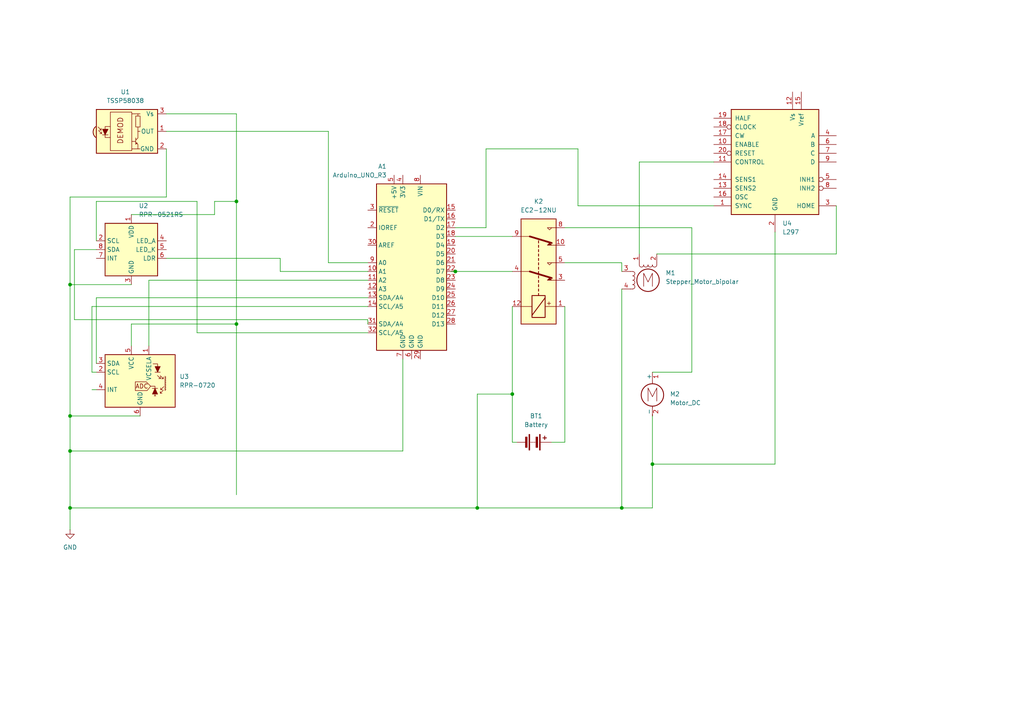
<source format=kicad_sch>
(kicad_sch
	(version 20250114)
	(generator "eeschema")
	(generator_version "9.0")
	(uuid "a92cad76-1942-4c1c-ac39-b0d013e0a01e")
	(paper "A4")
	(lib_symbols
		(symbol "Device:Battery"
			(pin_numbers
				(hide yes)
			)
			(pin_names
				(offset 0)
				(hide yes)
			)
			(exclude_from_sim no)
			(in_bom yes)
			(on_board yes)
			(property "Reference" "BT"
				(at 2.54 2.54 0)
				(effects
					(font
						(size 1.27 1.27)
					)
					(justify left)
				)
			)
			(property "Value" "Battery"
				(at 2.54 0 0)
				(effects
					(font
						(size 1.27 1.27)
					)
					(justify left)
				)
			)
			(property "Footprint" ""
				(at 0 1.524 90)
				(effects
					(font
						(size 1.27 1.27)
					)
					(hide yes)
				)
			)
			(property "Datasheet" "~"
				(at 0 1.524 90)
				(effects
					(font
						(size 1.27 1.27)
					)
					(hide yes)
				)
			)
			(property "Description" "Multiple-cell battery"
				(at 0 0 0)
				(effects
					(font
						(size 1.27 1.27)
					)
					(hide yes)
				)
			)
			(property "ki_keywords" "batt voltage-source cell"
				(at 0 0 0)
				(effects
					(font
						(size 1.27 1.27)
					)
					(hide yes)
				)
			)
			(symbol "Battery_0_1"
				(rectangle
					(start -2.286 1.778)
					(end 2.286 1.524)
					(stroke
						(width 0)
						(type default)
					)
					(fill
						(type outline)
					)
				)
				(rectangle
					(start -2.286 -1.27)
					(end 2.286 -1.524)
					(stroke
						(width 0)
						(type default)
					)
					(fill
						(type outline)
					)
				)
				(rectangle
					(start -1.524 1.016)
					(end 1.524 0.508)
					(stroke
						(width 0)
						(type default)
					)
					(fill
						(type outline)
					)
				)
				(rectangle
					(start -1.524 -2.032)
					(end 1.524 -2.54)
					(stroke
						(width 0)
						(type default)
					)
					(fill
						(type outline)
					)
				)
				(polyline
					(pts
						(xy 0 1.778) (xy 0 2.54)
					)
					(stroke
						(width 0)
						(type default)
					)
					(fill
						(type none)
					)
				)
				(polyline
					(pts
						(xy 0 0) (xy 0 0.254)
					)
					(stroke
						(width 0)
						(type default)
					)
					(fill
						(type none)
					)
				)
				(polyline
					(pts
						(xy 0 -0.508) (xy 0 -0.254)
					)
					(stroke
						(width 0)
						(type default)
					)
					(fill
						(type none)
					)
				)
				(polyline
					(pts
						(xy 0 -1.016) (xy 0 -0.762)
					)
					(stroke
						(width 0)
						(type default)
					)
					(fill
						(type none)
					)
				)
				(polyline
					(pts
						(xy 0.762 3.048) (xy 1.778 3.048)
					)
					(stroke
						(width 0.254)
						(type default)
					)
					(fill
						(type none)
					)
				)
				(polyline
					(pts
						(xy 1.27 3.556) (xy 1.27 2.54)
					)
					(stroke
						(width 0.254)
						(type default)
					)
					(fill
						(type none)
					)
				)
			)
			(symbol "Battery_1_1"
				(pin passive line
					(at 0 5.08 270)
					(length 2.54)
					(name "+"
						(effects
							(font
								(size 1.27 1.27)
							)
						)
					)
					(number "1"
						(effects
							(font
								(size 1.27 1.27)
							)
						)
					)
				)
				(pin passive line
					(at 0 -5.08 90)
					(length 2.54)
					(name "-"
						(effects
							(font
								(size 1.27 1.27)
							)
						)
					)
					(number "2"
						(effects
							(font
								(size 1.27 1.27)
							)
						)
					)
				)
			)
			(embedded_fonts no)
		)
		(symbol "Driver_Motor:L297"
			(pin_names
				(offset 1.016)
			)
			(exclude_from_sim no)
			(in_bom yes)
			(on_board yes)
			(property "Reference" "U"
				(at -6.35 19.05 0)
				(effects
					(font
						(size 1.27 1.27)
					)
				)
			)
			(property "Value" "L297"
				(at -6.35 16.51 0)
				(effects
					(font
						(size 1.27 1.27)
					)
				)
			)
			(property "Footprint" ""
				(at -6.35 16.51 0)
				(effects
					(font
						(size 1.27 1.27)
					)
					(hide yes)
				)
			)
			(property "Datasheet" "www.st.com/resource/en/datasheet/cd00000063.pdf"
				(at -6.35 16.51 0)
				(effects
					(font
						(size 1.27 1.27)
					)
					(hide yes)
				)
			)
			(property "Description" "Stepper Motor Controller, DIP-20/SO-20"
				(at 0 0 0)
				(effects
					(font
						(size 1.27 1.27)
					)
					(hide yes)
				)
			)
			(property "ki_keywords" "Stepper Motor Controller"
				(at 0 0 0)
				(effects
					(font
						(size 1.27 1.27)
					)
					(hide yes)
				)
			)
			(property "ki_fp_filters" "DIP* SO*"
				(at 0 0 0)
				(effects
					(font
						(size 1.27 1.27)
					)
					(hide yes)
				)
			)
			(symbol "L297_0_1"
				(rectangle
					(start -12.7 15.24)
					(end 12.7 -15.24)
					(stroke
						(width 0.254)
						(type default)
					)
					(fill
						(type background)
					)
				)
			)
			(symbol "L297_1_0"
				(pin input line
					(at -17.78 12.7 0)
					(length 5.08)
					(name "HALF"
						(effects
							(font
								(size 1.27 1.27)
							)
						)
					)
					(number "19"
						(effects
							(font
								(size 1.27 1.27)
							)
						)
					)
				)
				(pin input inverted
					(at -17.78 10.16 0)
					(length 5.08)
					(name "CLOCK"
						(effects
							(font
								(size 1.27 1.27)
							)
						)
					)
					(number "18"
						(effects
							(font
								(size 1.27 1.27)
							)
						)
					)
				)
				(pin input line
					(at -17.78 7.62 0)
					(length 5.08)
					(name "CW"
						(effects
							(font
								(size 1.27 1.27)
							)
						)
					)
					(number "17"
						(effects
							(font
								(size 1.27 1.27)
							)
						)
					)
				)
				(pin input inverted
					(at -17.78 2.54 0)
					(length 5.08)
					(name "RESET"
						(effects
							(font
								(size 1.27 1.27)
							)
						)
					)
					(number "20"
						(effects
							(font
								(size 1.27 1.27)
							)
						)
					)
				)
				(pin input line
					(at -17.78 0 0)
					(length 5.08)
					(name "CONTROL"
						(effects
							(font
								(size 1.27 1.27)
							)
						)
					)
					(number "11"
						(effects
							(font
								(size 1.27 1.27)
							)
						)
					)
				)
				(pin input line
					(at -17.78 -5.08 0)
					(length 5.08)
					(name "SENS1"
						(effects
							(font
								(size 1.27 1.27)
							)
						)
					)
					(number "14"
						(effects
							(font
								(size 1.27 1.27)
							)
						)
					)
				)
				(pin input line
					(at -17.78 -7.62 0)
					(length 5.08)
					(name "SENS2"
						(effects
							(font
								(size 1.27 1.27)
							)
						)
					)
					(number "13"
						(effects
							(font
								(size 1.27 1.27)
							)
						)
					)
				)
				(pin input line
					(at -17.78 -10.16 0)
					(length 5.08)
					(name "OSC"
						(effects
							(font
								(size 1.27 1.27)
							)
						)
					)
					(number "16"
						(effects
							(font
								(size 1.27 1.27)
							)
						)
					)
				)
				(pin power_in line
					(at 5.08 20.32 270)
					(length 5.08)
					(name "Vs"
						(effects
							(font
								(size 1.27 1.27)
							)
						)
					)
					(number "12"
						(effects
							(font
								(size 1.27 1.27)
							)
						)
					)
				)
				(pin input line
					(at 7.62 20.32 270)
					(length 5.08)
					(name "Vref"
						(effects
							(font
								(size 1.27 1.27)
							)
						)
					)
					(number "15"
						(effects
							(font
								(size 1.27 1.27)
							)
						)
					)
				)
			)
			(symbol "L297_1_1"
				(pin input line
					(at -17.78 5.08 0)
					(length 5.08)
					(name "ENABLE"
						(effects
							(font
								(size 1.27 1.27)
							)
						)
					)
					(number "10"
						(effects
							(font
								(size 1.27 1.27)
							)
						)
					)
				)
				(pin bidirectional line
					(at -17.78 -12.7 0)
					(length 5.08)
					(name "SYNC"
						(effects
							(font
								(size 1.27 1.27)
							)
						)
					)
					(number "1"
						(effects
							(font
								(size 1.27 1.27)
							)
						)
					)
				)
				(pin power_in line
					(at 0 -20.32 90)
					(length 5.08)
					(name "GND"
						(effects
							(font
								(size 1.27 1.27)
							)
						)
					)
					(number "2"
						(effects
							(font
								(size 1.27 1.27)
							)
						)
					)
				)
				(pin output line
					(at 17.78 7.62 180)
					(length 5.08)
					(name "A"
						(effects
							(font
								(size 1.27 1.27)
							)
						)
					)
					(number "4"
						(effects
							(font
								(size 1.27 1.27)
							)
						)
					)
				)
				(pin output line
					(at 17.78 5.08 180)
					(length 5.08)
					(name "B"
						(effects
							(font
								(size 1.27 1.27)
							)
						)
					)
					(number "6"
						(effects
							(font
								(size 1.27 1.27)
							)
						)
					)
				)
				(pin output line
					(at 17.78 2.54 180)
					(length 5.08)
					(name "C"
						(effects
							(font
								(size 1.27 1.27)
							)
						)
					)
					(number "7"
						(effects
							(font
								(size 1.27 1.27)
							)
						)
					)
				)
				(pin output line
					(at 17.78 0 180)
					(length 5.08)
					(name "D"
						(effects
							(font
								(size 1.27 1.27)
							)
						)
					)
					(number "9"
						(effects
							(font
								(size 1.27 1.27)
							)
						)
					)
				)
				(pin output inverted
					(at 17.78 -5.08 180)
					(length 5.08)
					(name "INH1"
						(effects
							(font
								(size 1.27 1.27)
							)
						)
					)
					(number "5"
						(effects
							(font
								(size 1.27 1.27)
							)
						)
					)
				)
				(pin output inverted
					(at 17.78 -7.62 180)
					(length 5.08)
					(name "INH2"
						(effects
							(font
								(size 1.27 1.27)
							)
						)
					)
					(number "8"
						(effects
							(font
								(size 1.27 1.27)
							)
						)
					)
				)
				(pin open_collector line
					(at 17.78 -12.7 180)
					(length 5.08)
					(name "HOME"
						(effects
							(font
								(size 1.27 1.27)
							)
						)
					)
					(number "3"
						(effects
							(font
								(size 1.27 1.27)
							)
						)
					)
				)
			)
			(embedded_fonts no)
		)
		(symbol "MCU_Module:Arduino_UNO_R3"
			(exclude_from_sim no)
			(in_bom yes)
			(on_board yes)
			(property "Reference" "A"
				(at -10.16 23.495 0)
				(effects
					(font
						(size 1.27 1.27)
					)
					(justify left bottom)
				)
			)
			(property "Value" "Arduino_UNO_R3"
				(at 5.08 -26.67 0)
				(effects
					(font
						(size 1.27 1.27)
					)
					(justify left top)
				)
			)
			(property "Footprint" "Module:Arduino_UNO_R3"
				(at 0 0 0)
				(effects
					(font
						(size 1.27 1.27)
						(italic yes)
					)
					(hide yes)
				)
			)
			(property "Datasheet" "https://www.arduino.cc/en/Main/arduinoBoardUno"
				(at 0 0 0)
				(effects
					(font
						(size 1.27 1.27)
					)
					(hide yes)
				)
			)
			(property "Description" "Arduino UNO Microcontroller Module, release 3"
				(at 0 0 0)
				(effects
					(font
						(size 1.27 1.27)
					)
					(hide yes)
				)
			)
			(property "ki_keywords" "Arduino UNO R3 Microcontroller Module Atmel AVR USB"
				(at 0 0 0)
				(effects
					(font
						(size 1.27 1.27)
					)
					(hide yes)
				)
			)
			(property "ki_fp_filters" "Arduino*UNO*R3*"
				(at 0 0 0)
				(effects
					(font
						(size 1.27 1.27)
					)
					(hide yes)
				)
			)
			(symbol "Arduino_UNO_R3_0_1"
				(rectangle
					(start -10.16 22.86)
					(end 10.16 -25.4)
					(stroke
						(width 0.254)
						(type default)
					)
					(fill
						(type background)
					)
				)
			)
			(symbol "Arduino_UNO_R3_1_1"
				(pin bidirectional line
					(at -12.7 15.24 0)
					(length 2.54)
					(name "D0/RX"
						(effects
							(font
								(size 1.27 1.27)
							)
						)
					)
					(number "15"
						(effects
							(font
								(size 1.27 1.27)
							)
						)
					)
				)
				(pin bidirectional line
					(at -12.7 12.7 0)
					(length 2.54)
					(name "D1/TX"
						(effects
							(font
								(size 1.27 1.27)
							)
						)
					)
					(number "16"
						(effects
							(font
								(size 1.27 1.27)
							)
						)
					)
				)
				(pin bidirectional line
					(at -12.7 10.16 0)
					(length 2.54)
					(name "D2"
						(effects
							(font
								(size 1.27 1.27)
							)
						)
					)
					(number "17"
						(effects
							(font
								(size 1.27 1.27)
							)
						)
					)
				)
				(pin bidirectional line
					(at -12.7 7.62 0)
					(length 2.54)
					(name "D3"
						(effects
							(font
								(size 1.27 1.27)
							)
						)
					)
					(number "18"
						(effects
							(font
								(size 1.27 1.27)
							)
						)
					)
				)
				(pin bidirectional line
					(at -12.7 5.08 0)
					(length 2.54)
					(name "D4"
						(effects
							(font
								(size 1.27 1.27)
							)
						)
					)
					(number "19"
						(effects
							(font
								(size 1.27 1.27)
							)
						)
					)
				)
				(pin bidirectional line
					(at -12.7 2.54 0)
					(length 2.54)
					(name "D5"
						(effects
							(font
								(size 1.27 1.27)
							)
						)
					)
					(number "20"
						(effects
							(font
								(size 1.27 1.27)
							)
						)
					)
				)
				(pin bidirectional line
					(at -12.7 0 0)
					(length 2.54)
					(name "D6"
						(effects
							(font
								(size 1.27 1.27)
							)
						)
					)
					(number "21"
						(effects
							(font
								(size 1.27 1.27)
							)
						)
					)
				)
				(pin bidirectional line
					(at -12.7 -2.54 0)
					(length 2.54)
					(name "D7"
						(effects
							(font
								(size 1.27 1.27)
							)
						)
					)
					(number "22"
						(effects
							(font
								(size 1.27 1.27)
							)
						)
					)
				)
				(pin bidirectional line
					(at -12.7 -5.08 0)
					(length 2.54)
					(name "D8"
						(effects
							(font
								(size 1.27 1.27)
							)
						)
					)
					(number "23"
						(effects
							(font
								(size 1.27 1.27)
							)
						)
					)
				)
				(pin bidirectional line
					(at -12.7 -7.62 0)
					(length 2.54)
					(name "D9"
						(effects
							(font
								(size 1.27 1.27)
							)
						)
					)
					(number "24"
						(effects
							(font
								(size 1.27 1.27)
							)
						)
					)
				)
				(pin bidirectional line
					(at -12.7 -10.16 0)
					(length 2.54)
					(name "D10"
						(effects
							(font
								(size 1.27 1.27)
							)
						)
					)
					(number "25"
						(effects
							(font
								(size 1.27 1.27)
							)
						)
					)
				)
				(pin bidirectional line
					(at -12.7 -12.7 0)
					(length 2.54)
					(name "D11"
						(effects
							(font
								(size 1.27 1.27)
							)
						)
					)
					(number "26"
						(effects
							(font
								(size 1.27 1.27)
							)
						)
					)
				)
				(pin bidirectional line
					(at -12.7 -15.24 0)
					(length 2.54)
					(name "D12"
						(effects
							(font
								(size 1.27 1.27)
							)
						)
					)
					(number "27"
						(effects
							(font
								(size 1.27 1.27)
							)
						)
					)
				)
				(pin bidirectional line
					(at -12.7 -17.78 0)
					(length 2.54)
					(name "D13"
						(effects
							(font
								(size 1.27 1.27)
							)
						)
					)
					(number "28"
						(effects
							(font
								(size 1.27 1.27)
							)
						)
					)
				)
				(pin no_connect line
					(at -10.16 -20.32 0)
					(length 2.54)
					(hide yes)
					(name "NC"
						(effects
							(font
								(size 1.27 1.27)
							)
						)
					)
					(number "1"
						(effects
							(font
								(size 1.27 1.27)
							)
						)
					)
				)
				(pin power_in line
					(at -2.54 25.4 270)
					(length 2.54)
					(name "VIN"
						(effects
							(font
								(size 1.27 1.27)
							)
						)
					)
					(number "8"
						(effects
							(font
								(size 1.27 1.27)
							)
						)
					)
				)
				(pin power_in line
					(at -2.54 -27.94 90)
					(length 2.54)
					(name "GND"
						(effects
							(font
								(size 1.27 1.27)
							)
						)
					)
					(number "29"
						(effects
							(font
								(size 1.27 1.27)
							)
						)
					)
				)
				(pin power_in line
					(at 0 -27.94 90)
					(length 2.54)
					(name "GND"
						(effects
							(font
								(size 1.27 1.27)
							)
						)
					)
					(number "6"
						(effects
							(font
								(size 1.27 1.27)
							)
						)
					)
				)
				(pin power_out line
					(at 2.54 25.4 270)
					(length 2.54)
					(name "3V3"
						(effects
							(font
								(size 1.27 1.27)
							)
						)
					)
					(number "4"
						(effects
							(font
								(size 1.27 1.27)
							)
						)
					)
				)
				(pin power_in line
					(at 2.54 -27.94 90)
					(length 2.54)
					(name "GND"
						(effects
							(font
								(size 1.27 1.27)
							)
						)
					)
					(number "7"
						(effects
							(font
								(size 1.27 1.27)
							)
						)
					)
				)
				(pin power_out line
					(at 5.08 25.4 270)
					(length 2.54)
					(name "+5V"
						(effects
							(font
								(size 1.27 1.27)
							)
						)
					)
					(number "5"
						(effects
							(font
								(size 1.27 1.27)
							)
						)
					)
				)
				(pin input line
					(at 12.7 15.24 180)
					(length 2.54)
					(name "~{RESET}"
						(effects
							(font
								(size 1.27 1.27)
							)
						)
					)
					(number "3"
						(effects
							(font
								(size 1.27 1.27)
							)
						)
					)
				)
				(pin output line
					(at 12.7 10.16 180)
					(length 2.54)
					(name "IOREF"
						(effects
							(font
								(size 1.27 1.27)
							)
						)
					)
					(number "2"
						(effects
							(font
								(size 1.27 1.27)
							)
						)
					)
				)
				(pin input line
					(at 12.7 5.08 180)
					(length 2.54)
					(name "AREF"
						(effects
							(font
								(size 1.27 1.27)
							)
						)
					)
					(number "30"
						(effects
							(font
								(size 1.27 1.27)
							)
						)
					)
				)
				(pin bidirectional line
					(at 12.7 0 180)
					(length 2.54)
					(name "A0"
						(effects
							(font
								(size 1.27 1.27)
							)
						)
					)
					(number "9"
						(effects
							(font
								(size 1.27 1.27)
							)
						)
					)
				)
				(pin bidirectional line
					(at 12.7 -2.54 180)
					(length 2.54)
					(name "A1"
						(effects
							(font
								(size 1.27 1.27)
							)
						)
					)
					(number "10"
						(effects
							(font
								(size 1.27 1.27)
							)
						)
					)
				)
				(pin bidirectional line
					(at 12.7 -5.08 180)
					(length 2.54)
					(name "A2"
						(effects
							(font
								(size 1.27 1.27)
							)
						)
					)
					(number "11"
						(effects
							(font
								(size 1.27 1.27)
							)
						)
					)
				)
				(pin bidirectional line
					(at 12.7 -7.62 180)
					(length 2.54)
					(name "A3"
						(effects
							(font
								(size 1.27 1.27)
							)
						)
					)
					(number "12"
						(effects
							(font
								(size 1.27 1.27)
							)
						)
					)
				)
				(pin bidirectional line
					(at 12.7 -10.16 180)
					(length 2.54)
					(name "SDA/A4"
						(effects
							(font
								(size 1.27 1.27)
							)
						)
					)
					(number "13"
						(effects
							(font
								(size 1.27 1.27)
							)
						)
					)
				)
				(pin bidirectional line
					(at 12.7 -12.7 180)
					(length 2.54)
					(name "SCL/A5"
						(effects
							(font
								(size 1.27 1.27)
							)
						)
					)
					(number "14"
						(effects
							(font
								(size 1.27 1.27)
							)
						)
					)
				)
				(pin bidirectional line
					(at 12.7 -17.78 180)
					(length 2.54)
					(name "SDA/A4"
						(effects
							(font
								(size 1.27 1.27)
							)
						)
					)
					(number "31"
						(effects
							(font
								(size 1.27 1.27)
							)
						)
					)
				)
				(pin bidirectional line
					(at 12.7 -20.32 180)
					(length 2.54)
					(name "SCL/A5"
						(effects
							(font
								(size 1.27 1.27)
							)
						)
					)
					(number "32"
						(effects
							(font
								(size 1.27 1.27)
							)
						)
					)
				)
			)
			(embedded_fonts no)
		)
		(symbol "Motor:Motor_DC"
			(pin_names
				(offset 0)
			)
			(exclude_from_sim no)
			(in_bom yes)
			(on_board yes)
			(property "Reference" "M"
				(at 2.54 2.54 0)
				(effects
					(font
						(size 1.27 1.27)
					)
					(justify left)
				)
			)
			(property "Value" "Motor_DC"
				(at 2.54 -5.08 0)
				(effects
					(font
						(size 1.27 1.27)
					)
					(justify left top)
				)
			)
			(property "Footprint" ""
				(at 0 -2.286 0)
				(effects
					(font
						(size 1.27 1.27)
					)
					(hide yes)
				)
			)
			(property "Datasheet" "~"
				(at 0 -2.286 0)
				(effects
					(font
						(size 1.27 1.27)
					)
					(hide yes)
				)
			)
			(property "Description" "DC Motor"
				(at 0 0 0)
				(effects
					(font
						(size 1.27 1.27)
					)
					(hide yes)
				)
			)
			(property "ki_keywords" "DC Motor"
				(at 0 0 0)
				(effects
					(font
						(size 1.27 1.27)
					)
					(hide yes)
				)
			)
			(property "ki_fp_filters" "PinHeader*P2.54mm* TerminalBlock*"
				(at 0 0 0)
				(effects
					(font
						(size 1.27 1.27)
					)
					(hide yes)
				)
			)
			(symbol "Motor_DC_0_0"
				(polyline
					(pts
						(xy -1.27 -3.302) (xy -1.27 0.508) (xy 0 -2.032) (xy 1.27 0.508) (xy 1.27 -3.302)
					)
					(stroke
						(width 0)
						(type default)
					)
					(fill
						(type none)
					)
				)
			)
			(symbol "Motor_DC_0_1"
				(polyline
					(pts
						(xy 0 2.032) (xy 0 2.54)
					)
					(stroke
						(width 0)
						(type default)
					)
					(fill
						(type none)
					)
				)
				(polyline
					(pts
						(xy 0 1.7272) (xy 0 2.0828)
					)
					(stroke
						(width 0)
						(type default)
					)
					(fill
						(type none)
					)
				)
				(circle
					(center 0 -1.524)
					(radius 3.2512)
					(stroke
						(width 0.254)
						(type default)
					)
					(fill
						(type none)
					)
				)
				(polyline
					(pts
						(xy 0 -4.7752) (xy 0 -5.1816)
					)
					(stroke
						(width 0)
						(type default)
					)
					(fill
						(type none)
					)
				)
				(polyline
					(pts
						(xy 0 -7.62) (xy 0 -7.112)
					)
					(stroke
						(width 0)
						(type default)
					)
					(fill
						(type none)
					)
				)
			)
			(symbol "Motor_DC_1_1"
				(pin passive line
					(at 0 5.08 270)
					(length 2.54)
					(name "+"
						(effects
							(font
								(size 1.27 1.27)
							)
						)
					)
					(number "1"
						(effects
							(font
								(size 1.27 1.27)
							)
						)
					)
				)
				(pin passive line
					(at 0 -7.62 90)
					(length 2.54)
					(name "-"
						(effects
							(font
								(size 1.27 1.27)
							)
						)
					)
					(number "2"
						(effects
							(font
								(size 1.27 1.27)
							)
						)
					)
				)
			)
			(embedded_fonts no)
		)
		(symbol "Motor:Stepper_Motor_bipolar"
			(pin_names
				(offset 0)
				(hide yes)
			)
			(exclude_from_sim no)
			(in_bom yes)
			(on_board yes)
			(property "Reference" "M"
				(at 3.81 2.54 0)
				(effects
					(font
						(size 1.27 1.27)
					)
					(justify left)
				)
			)
			(property "Value" "Stepper_Motor_bipolar"
				(at 3.81 1.27 0)
				(effects
					(font
						(size 1.27 1.27)
					)
					(justify left top)
				)
			)
			(property "Footprint" ""
				(at 0.254 -0.254 0)
				(effects
					(font
						(size 1.27 1.27)
					)
					(hide yes)
				)
			)
			(property "Datasheet" "http://www.infineon.com/dgdl/Application-Note-TLE8110EE_driving_UniPolarStepperMotor_V1.1.pdf?fileId=db3a30431be39b97011be5d0aa0a00b0"
				(at 0.254 -0.254 0)
				(effects
					(font
						(size 1.27 1.27)
					)
					(hide yes)
				)
			)
			(property "Description" "4-wire bipolar stepper motor"
				(at 0 0 0)
				(effects
					(font
						(size 1.27 1.27)
					)
					(hide yes)
				)
			)
			(property "ki_keywords" "bipolar stepper motor"
				(at 0 0 0)
				(effects
					(font
						(size 1.27 1.27)
					)
					(hide yes)
				)
			)
			(property "ki_fp_filters" "PinHeader*P2.54mm*Vertical* TerminalBlock* Motor*"
				(at 0 0 0)
				(effects
					(font
						(size 1.27 1.27)
					)
					(hide yes)
				)
			)
			(symbol "Stepper_Motor_bipolar_0_0"
				(polyline
					(pts
						(xy -1.27 -1.778) (xy -1.27 2.032) (xy 0 -0.508) (xy 1.27 2.032) (xy 1.27 -1.778)
					)
					(stroke
						(width 0)
						(type default)
					)
					(fill
						(type none)
					)
				)
			)
			(symbol "Stepper_Motor_bipolar_0_1"
				(polyline
					(pts
						(xy -5.08 2.54) (xy -4.445 2.54)
					)
					(stroke
						(width 0)
						(type default)
					)
					(fill
						(type none)
					)
				)
				(polyline
					(pts
						(xy -5.08 -2.54) (xy -4.445 -2.54)
					)
					(stroke
						(width 0)
						(type default)
					)
					(fill
						(type none)
					)
				)
				(arc
					(start -4.445 2.54)
					(mid -3.8127 1.905)
					(end -4.445 1.27)
					(stroke
						(width 0)
						(type default)
					)
					(fill
						(type none)
					)
				)
				(arc
					(start -4.445 1.27)
					(mid -3.8127 0.635)
					(end -4.445 0)
					(stroke
						(width 0)
						(type default)
					)
					(fill
						(type none)
					)
				)
				(arc
					(start -4.445 0)
					(mid -3.8127 -0.635)
					(end -4.445 -1.27)
					(stroke
						(width 0)
						(type default)
					)
					(fill
						(type none)
					)
				)
				(arc
					(start -4.445 -1.27)
					(mid -3.8127 -1.905)
					(end -4.445 -2.54)
					(stroke
						(width 0)
						(type default)
					)
					(fill
						(type none)
					)
				)
				(polyline
					(pts
						(xy -2.54 5.08) (xy -2.54 4.445)
					)
					(stroke
						(width 0)
						(type default)
					)
					(fill
						(type none)
					)
				)
				(arc
					(start -1.27 4.445)
					(mid -1.905 3.8127)
					(end -2.54 4.445)
					(stroke
						(width 0)
						(type default)
					)
					(fill
						(type none)
					)
				)
				(arc
					(start 0 4.445)
					(mid -0.635 3.8127)
					(end -1.27 4.445)
					(stroke
						(width 0)
						(type default)
					)
					(fill
						(type none)
					)
				)
				(circle
					(center 0 0)
					(radius 3.2512)
					(stroke
						(width 0.254)
						(type default)
					)
					(fill
						(type none)
					)
				)
				(arc
					(start 1.27 4.445)
					(mid 0.635 3.8127)
					(end 0 4.445)
					(stroke
						(width 0)
						(type default)
					)
					(fill
						(type none)
					)
				)
				(arc
					(start 2.54 4.445)
					(mid 1.905 3.8127)
					(end 1.27 4.445)
					(stroke
						(width 0)
						(type default)
					)
					(fill
						(type none)
					)
				)
				(polyline
					(pts
						(xy 2.54 5.08) (xy 2.54 4.445)
					)
					(stroke
						(width 0)
						(type default)
					)
					(fill
						(type none)
					)
				)
			)
			(symbol "Stepper_Motor_bipolar_1_1"
				(pin passive line
					(at -7.62 2.54 0)
					(length 2.54)
					(name "~"
						(effects
							(font
								(size 1.27 1.27)
							)
						)
					)
					(number "3"
						(effects
							(font
								(size 1.27 1.27)
							)
						)
					)
				)
				(pin passive line
					(at -7.62 -2.54 0)
					(length 2.54)
					(name "~"
						(effects
							(font
								(size 1.27 1.27)
							)
						)
					)
					(number "4"
						(effects
							(font
								(size 1.27 1.27)
							)
						)
					)
				)
				(pin passive line
					(at -2.54 7.62 270)
					(length 2.54)
					(name "~"
						(effects
							(font
								(size 1.27 1.27)
							)
						)
					)
					(number "1"
						(effects
							(font
								(size 1.27 1.27)
							)
						)
					)
				)
				(pin passive line
					(at 2.54 7.62 270)
					(length 2.54)
					(name "-"
						(effects
							(font
								(size 1.27 1.27)
							)
						)
					)
					(number "2"
						(effects
							(font
								(size 1.27 1.27)
							)
						)
					)
				)
			)
			(embedded_fonts no)
		)
		(symbol "Relay:EC2-12NU"
			(exclude_from_sim no)
			(in_bom yes)
			(on_board yes)
			(property "Reference" "K"
				(at 15.24 8.89 0)
				(effects
					(font
						(size 1.27 1.27)
					)
				)
			)
			(property "Value" "EC2-12NU"
				(at 19.05 6.35 0)
				(effects
					(font
						(size 1.27 1.27)
					)
				)
			)
			(property "Footprint" "Relay_THT:Relay_DPDT_Kemet_EC2_NU"
				(at 0 0 0)
				(effects
					(font
						(size 1.27 1.27)
					)
					(hide yes)
				)
			)
			(property "Datasheet" "https://content.kemet.com/datasheets/KEM_R7002_EC2_EE2.pdf"
				(at 0 0 0)
				(effects
					(font
						(size 1.27 1.27)
					)
					(hide yes)
				)
			)
			(property "Description" "General purpose signal relay, Kemet EC2 Series, DPDT (2 Form C), non-latching, through hole, 60W/125VA, 220VDC/250VAC, 2A, 12V DC coil"
				(at 0 0 0)
				(effects
					(font
						(size 1.27 1.27)
					)
					(hide yes)
				)
			)
			(property "ki_keywords" "signal relay double pole double throw DPDT DC coil non latching"
				(at 0 0 0)
				(effects
					(font
						(size 1.27 1.27)
					)
					(hide yes)
				)
			)
			(property "ki_fp_filters" "Relay*Kemet*EC2*"
				(at 0 0 0)
				(effects
					(font
						(size 1.27 1.27)
					)
					(hide yes)
				)
			)
			(symbol "EC2-12NU_1_1"
				(rectangle
					(start -15.24 5.08)
					(end 15.24 -5.08)
					(stroke
						(width 0.254)
						(type default)
					)
					(fill
						(type background)
					)
				)
				(rectangle
					(start -13.335 1.905)
					(end -6.985 -1.905)
					(stroke
						(width 0.254)
						(type default)
					)
					(fill
						(type none)
					)
				)
				(polyline
					(pts
						(xy -12.7 -1.905) (xy -7.62 1.905)
					)
					(stroke
						(width 0.254)
						(type default)
					)
					(fill
						(type none)
					)
				)
				(polyline
					(pts
						(xy -10.16 5.08) (xy -10.16 1.905)
					)
					(stroke
						(width 0)
						(type default)
					)
					(fill
						(type none)
					)
				)
				(polyline
					(pts
						(xy -10.16 -5.08) (xy -10.16 -1.905)
					)
					(stroke
						(width 0)
						(type default)
					)
					(fill
						(type none)
					)
				)
				(polyline
					(pts
						(xy -6.985 0) (xy -6.35 0)
					)
					(stroke
						(width 0.254)
						(type default)
					)
					(fill
						(type none)
					)
				)
				(polyline
					(pts
						(xy -5.715 0) (xy -5.08 0)
					)
					(stroke
						(width 0.254)
						(type default)
					)
					(fill
						(type none)
					)
				)
				(polyline
					(pts
						(xy -4.445 0) (xy -3.81 0)
					)
					(stroke
						(width 0.254)
						(type default)
					)
					(fill
						(type none)
					)
				)
				(polyline
					(pts
						(xy -3.175 0) (xy -2.54 0)
					)
					(stroke
						(width 0.254)
						(type default)
					)
					(fill
						(type none)
					)
				)
				(polyline
					(pts
						(xy -2.54 5.08) (xy -2.54 2.54) (xy -1.905 3.175) (xy -2.54 3.81)
					)
					(stroke
						(width 0)
						(type default)
					)
					(fill
						(type outline)
					)
				)
				(polyline
					(pts
						(xy -1.905 0) (xy -1.27 0)
					)
					(stroke
						(width 0.254)
						(type default)
					)
					(fill
						(type none)
					)
				)
				(polyline
					(pts
						(xy -0.635 0) (xy 0 0)
					)
					(stroke
						(width 0.254)
						(type default)
					)
					(fill
						(type none)
					)
				)
				(polyline
					(pts
						(xy 0 -2.54) (xy -1.905 3.81)
					)
					(stroke
						(width 0.508)
						(type default)
					)
					(fill
						(type none)
					)
				)
				(polyline
					(pts
						(xy 0 -2.54) (xy 0 -5.08)
					)
					(stroke
						(width 0)
						(type default)
					)
					(fill
						(type none)
					)
				)
				(polyline
					(pts
						(xy 0.635 0) (xy 1.27 0)
					)
					(stroke
						(width 0.254)
						(type default)
					)
					(fill
						(type none)
					)
				)
				(polyline
					(pts
						(xy 1.905 0) (xy 2.54 0)
					)
					(stroke
						(width 0.254)
						(type default)
					)
					(fill
						(type none)
					)
				)
				(polyline
					(pts
						(xy 2.54 5.08) (xy 2.54 2.54) (xy 1.905 3.175) (xy 2.54 3.81)
					)
					(stroke
						(width 0)
						(type default)
					)
					(fill
						(type none)
					)
				)
				(polyline
					(pts
						(xy 3.175 0) (xy 3.81 0)
					)
					(stroke
						(width 0.254)
						(type default)
					)
					(fill
						(type none)
					)
				)
				(polyline
					(pts
						(xy 4.445 0) (xy 5.08 0)
					)
					(stroke
						(width 0.254)
						(type default)
					)
					(fill
						(type none)
					)
				)
				(polyline
					(pts
						(xy 5.715 0) (xy 6.35 0)
					)
					(stroke
						(width 0.254)
						(type default)
					)
					(fill
						(type none)
					)
				)
				(polyline
					(pts
						(xy 6.985 0) (xy 7.62 0)
					)
					(stroke
						(width 0.254)
						(type default)
					)
					(fill
						(type none)
					)
				)
				(polyline
					(pts
						(xy 7.62 5.08) (xy 7.62 2.54) (xy 8.255 3.175) (xy 7.62 3.81)
					)
					(stroke
						(width 0)
						(type default)
					)
					(fill
						(type outline)
					)
				)
				(polyline
					(pts
						(xy 8.255 0) (xy 8.89 0)
					)
					(stroke
						(width 0.254)
						(type default)
					)
					(fill
						(type none)
					)
				)
				(polyline
					(pts
						(xy 10.16 -2.54) (xy 8.255 3.81)
					)
					(stroke
						(width 0.508)
						(type default)
					)
					(fill
						(type none)
					)
				)
				(polyline
					(pts
						(xy 10.16 -2.54) (xy 10.16 -5.08)
					)
					(stroke
						(width 0)
						(type default)
					)
					(fill
						(type none)
					)
				)
				(polyline
					(pts
						(xy 12.7 5.08) (xy 12.7 2.54) (xy 12.065 3.175) (xy 12.7 3.81)
					)
					(stroke
						(width 0)
						(type default)
					)
					(fill
						(type none)
					)
				)
				(text "+"
					(at -9.271 2.921 0)
					(effects
						(font
							(size 1.27 1.27)
						)
					)
				)
				(pin passive line
					(at -10.16 7.62 270)
					(length 2.54)
					(name "~"
						(effects
							(font
								(size 1.27 1.27)
							)
						)
					)
					(number "1"
						(effects
							(font
								(size 1.27 1.27)
							)
						)
					)
				)
				(pin passive line
					(at -10.16 -7.62 90)
					(length 2.54)
					(name "~"
						(effects
							(font
								(size 1.27 1.27)
							)
						)
					)
					(number "12"
						(effects
							(font
								(size 1.27 1.27)
							)
						)
					)
				)
				(pin passive line
					(at -2.54 7.62 270)
					(length 2.54)
					(name "~"
						(effects
							(font
								(size 1.27 1.27)
							)
						)
					)
					(number "3"
						(effects
							(font
								(size 1.27 1.27)
							)
						)
					)
				)
				(pin passive line
					(at 0 -7.62 90)
					(length 2.54)
					(name "~"
						(effects
							(font
								(size 1.27 1.27)
							)
						)
					)
					(number "4"
						(effects
							(font
								(size 1.27 1.27)
							)
						)
					)
				)
				(pin passive line
					(at 2.54 7.62 270)
					(length 2.54)
					(name "~"
						(effects
							(font
								(size 1.27 1.27)
							)
						)
					)
					(number "5"
						(effects
							(font
								(size 1.27 1.27)
							)
						)
					)
				)
				(pin passive line
					(at 7.62 7.62 270)
					(length 2.54)
					(name "~"
						(effects
							(font
								(size 1.27 1.27)
							)
						)
					)
					(number "10"
						(effects
							(font
								(size 1.27 1.27)
							)
						)
					)
				)
				(pin passive line
					(at 10.16 -7.62 90)
					(length 2.54)
					(name "~"
						(effects
							(font
								(size 1.27 1.27)
							)
						)
					)
					(number "9"
						(effects
							(font
								(size 1.27 1.27)
							)
						)
					)
				)
				(pin passive line
					(at 12.7 7.62 270)
					(length 2.54)
					(name "~"
						(effects
							(font
								(size 1.27 1.27)
							)
						)
					)
					(number "8"
						(effects
							(font
								(size 1.27 1.27)
							)
						)
					)
				)
			)
			(embedded_fonts no)
		)
		(symbol "Sensor:RPR-0521RS"
			(exclude_from_sim no)
			(in_bom yes)
			(on_board yes)
			(property "Reference" "U"
				(at -5.08 8.89 0)
				(effects
					(font
						(size 1.27 1.27)
					)
				)
			)
			(property "Value" "RPR-0521RS"
				(at 6.35 8.89 0)
				(effects
					(font
						(size 1.27 1.27)
					)
				)
			)
			(property "Footprint" "Sensor:Rohm_RPR-0521RS"
				(at 0 5.969 0)
				(effects
					(font
						(size 1.27 1.27)
					)
					(hide yes)
				)
			)
			(property "Datasheet" "https://fscdn.rohm.com/en/products/databook/datasheet/opto/optical_sensor/opto_module/rpr-0521rs-e.pdf"
				(at 0.127 -6.223 0)
				(effects
					(font
						(size 1.27 1.27)
					)
					(hide yes)
				)
			)
			(property "Description" "Digital Proximity and Ambient Light Sensor"
				(at 0 0 0)
				(effects
					(font
						(size 1.27 1.27)
					)
					(hide yes)
				)
			)
			(property "ki_keywords" "sensor light"
				(at 0 0 0)
				(effects
					(font
						(size 1.27 1.27)
					)
					(hide yes)
				)
			)
			(property "ki_fp_filters" "Rohm?RPR?0521*"
				(at 0 0 0)
				(effects
					(font
						(size 1.27 1.27)
					)
					(hide yes)
				)
			)
			(symbol "RPR-0521RS_0_1"
				(rectangle
					(start -7.62 7.62)
					(end 7.62 -7.62)
					(stroke
						(width 0.254)
						(type default)
					)
					(fill
						(type background)
					)
				)
			)
			(symbol "RPR-0521RS_1_1"
				(pin input line
					(at -10.16 2.54 0)
					(length 2.54)
					(name "SCL"
						(effects
							(font
								(size 1.27 1.27)
							)
						)
					)
					(number "2"
						(effects
							(font
								(size 1.27 1.27)
							)
						)
					)
				)
				(pin bidirectional line
					(at -10.16 0 0)
					(length 2.54)
					(name "SDA"
						(effects
							(font
								(size 1.27 1.27)
							)
						)
					)
					(number "8"
						(effects
							(font
								(size 1.27 1.27)
							)
						)
					)
				)
				(pin open_collector line
					(at -10.16 -2.54 0)
					(length 2.54)
					(name "INT"
						(effects
							(font
								(size 1.27 1.27)
							)
						)
					)
					(number "7"
						(effects
							(font
								(size 1.27 1.27)
							)
						)
					)
				)
				(pin power_in line
					(at 0 10.16 270)
					(length 2.54)
					(name "VDD"
						(effects
							(font
								(size 1.27 1.27)
							)
						)
					)
					(number "1"
						(effects
							(font
								(size 1.27 1.27)
							)
						)
					)
				)
				(pin power_in line
					(at 0 -10.16 90)
					(length 2.54)
					(name "GND"
						(effects
							(font
								(size 1.27 1.27)
							)
						)
					)
					(number "3"
						(effects
							(font
								(size 1.27 1.27)
							)
						)
					)
				)
				(pin passive line
					(at 10.16 2.54 180)
					(length 2.54)
					(name "LED_A"
						(effects
							(font
								(size 1.27 1.27)
							)
						)
					)
					(number "4"
						(effects
							(font
								(size 1.27 1.27)
							)
						)
					)
				)
				(pin passive line
					(at 10.16 0 180)
					(length 2.54)
					(name "LED_K"
						(effects
							(font
								(size 1.27 1.27)
							)
						)
					)
					(number "5"
						(effects
							(font
								(size 1.27 1.27)
							)
						)
					)
				)
				(pin passive line
					(at 10.16 -2.54 180)
					(length 2.54)
					(name "LDR"
						(effects
							(font
								(size 1.27 1.27)
							)
						)
					)
					(number "6"
						(effects
							(font
								(size 1.27 1.27)
							)
						)
					)
				)
			)
			(embedded_fonts no)
		)
		(symbol "Sensor_Proximity:RPR-0720"
			(exclude_from_sim no)
			(in_bom yes)
			(on_board yes)
			(property "Reference" "U"
				(at -10.16 8.89 0)
				(effects
					(font
						(size 1.27 1.27)
					)
					(justify left)
				)
			)
			(property "Value" "RPR-0720"
				(at 3.81 8.89 0)
				(effects
					(font
						(size 1.27 1.27)
					)
					(justify left)
				)
			)
			(property "Footprint" "OptoDevice:Rohm_RPR-0720"
				(at 0 -12.573 0)
				(effects
					(font
						(size 1.27 1.27)
					)
					(hide yes)
				)
			)
			(property "Datasheet" "https://fscdn.rohm.com/en/products/databook/datasheet/opto/optical_sensor/photosensor/rpr-0720-e.pdf"
				(at 1.016 12.7 0)
				(effects
					(font
						(size 1.27 1.27)
					)
					(hide yes)
				)
			)
			(property "Description" "Proximity Sensor, I2C interface, 2x1x0.55mm, 1-15mm, 2.5-3.6V, LGA-6"
				(at 0 0 0)
				(effects
					(font
						(size 1.27 1.27)
					)
					(hide yes)
				)
			)
			(property "ki_keywords" "opto rohm"
				(at 0 0 0)
				(effects
					(font
						(size 1.27 1.27)
					)
					(hide yes)
				)
			)
			(property "ki_fp_filters" "Rohm*RPR*0720*"
				(at 0 0 0)
				(effects
					(font
						(size 1.27 1.27)
					)
					(hide yes)
				)
			)
			(symbol "RPR-0720_0_0"
				(polyline
					(pts
						(xy 3.048 -1.524) (xy 1.778 -0.254) (xy -1.397 -0.254) (xy -1.397 -1.524) (xy -1.397 -2.794) (xy 2.032 -2.794)
						(xy 3.048 -1.524)
					)
					(stroke
						(width 0)
						(type default)
					)
					(fill
						(type none)
					)
				)
				(text "ADC"
					(at 0.508 -1.524 0)
					(effects
						(font
							(size 1.27 1.27)
						)
					)
				)
			)
			(symbol "RPR-0720_0_1"
				(rectangle
					(start -10.16 7.62)
					(end 10.16 -7.62)
					(stroke
						(width 0.254)
						(type default)
					)
					(fill
						(type background)
					)
				)
				(polyline
					(pts
						(xy 3.7592 4.953) (xy 5.08 4.953) (xy 5.08 4.445)
					)
					(stroke
						(width 0)
						(type default)
					)
					(fill
						(type none)
					)
				)
				(polyline
					(pts
						(xy 5.08 2.54) (xy 5.08 4.445)
					)
					(stroke
						(width 0)
						(type default)
					)
					(fill
						(type none)
					)
				)
				(polyline
					(pts
						(xy 7.239 1.397) (xy 7.239 -2.794)
					)
					(stroke
						(width 0)
						(type default)
					)
					(fill
						(type none)
					)
				)
				(polyline
					(pts
						(xy 7.239 0.889) (xy 7.493 1.143)
					)
					(stroke
						(width 0)
						(type default)
					)
					(fill
						(type none)
					)
				)
				(polyline
					(pts
						(xy 7.239 0.381) (xy 7.493 0.635)
					)
					(stroke
						(width 0)
						(type default)
					)
					(fill
						(type none)
					)
				)
				(polyline
					(pts
						(xy 7.239 -0.127) (xy 7.493 0.127)
					)
					(stroke
						(width 0)
						(type default)
					)
					(fill
						(type none)
					)
				)
				(polyline
					(pts
						(xy 7.239 -0.635) (xy 7.493 -0.381)
					)
					(stroke
						(width 0)
						(type default)
					)
					(fill
						(type none)
					)
				)
				(polyline
					(pts
						(xy 7.239 -1.143) (xy 7.493 -0.889)
					)
					(stroke
						(width 0)
						(type default)
					)
					(fill
						(type none)
					)
				)
				(polyline
					(pts
						(xy 7.239 -1.651) (xy 7.493 -1.397)
					)
					(stroke
						(width 0)
						(type default)
					)
					(fill
						(type none)
					)
				)
				(polyline
					(pts
						(xy 7.239 -2.159) (xy 7.493 -1.905)
					)
					(stroke
						(width 0)
						(type default)
					)
					(fill
						(type none)
					)
				)
				(polyline
					(pts
						(xy 7.239 -2.667) (xy 7.493 -2.413)
					)
					(stroke
						(width 0)
						(type default)
					)
					(fill
						(type none)
					)
				)
			)
			(symbol "RPR-0720_1_0"
				(polyline
					(pts
						(xy 4.318 -4.318) (xy 4.318 -1.524) (xy 3.048 -1.524)
					)
					(stroke
						(width 0)
						(type default)
					)
					(fill
						(type none)
					)
				)
			)
			(symbol "RPR-0720_1_1"
				(polyline
					(pts
						(xy 4.064 -4.318) (xy 4.572 -4.318)
					)
					(stroke
						(width 0)
						(type default)
					)
					(fill
						(type none)
					)
				)
				(polyline
					(pts
						(xy 5.08 -2.159) (xy 3.556 -2.159)
					)
					(stroke
						(width 0)
						(type default)
					)
					(fill
						(type none)
					)
				)
				(polyline
					(pts
						(xy 5.08 -3.81) (xy 3.556 -3.81) (xy 4.318 -2.159) (xy 5.08 -3.81)
					)
					(stroke
						(width 0)
						(type default)
					)
					(fill
						(type outline)
					)
				)
				(polyline
					(pts
						(xy 5.842 4.191) (xy 4.318 4.191) (xy 5.08 2.54) (xy 5.842 4.191)
					)
					(stroke
						(width 0)
						(type default)
					)
					(fill
						(type outline)
					)
				)
				(polyline
					(pts
						(xy 5.842 2.54) (xy 4.318 2.54)
					)
					(stroke
						(width 0)
						(type default)
					)
					(fill
						(type none)
					)
				)
				(polyline
					(pts
						(xy 5.842 -3.556) (xy 5.842 -3.048)
					)
					(stroke
						(width 0)
						(type default)
					)
					(fill
						(type none)
					)
				)
				(polyline
					(pts
						(xy 5.842 -3.556) (xy 6.35 -3.556)
					)
					(stroke
						(width 0)
						(type default)
					)
					(fill
						(type none)
					)
				)
				(polyline
					(pts
						(xy 5.842 -3.556) (xy 6.731 -2.667)
					)
					(stroke
						(width 0)
						(type default)
					)
					(fill
						(type none)
					)
				)
				(polyline
					(pts
						(xy 5.9055 0.6985) (xy 5.0165 1.5875)
					)
					(stroke
						(width 0)
						(type default)
					)
					(fill
						(type none)
					)
				)
				(polyline
					(pts
						(xy 5.9055 0.6985) (xy 5.3975 0.6985)
					)
					(stroke
						(width 0)
						(type default)
					)
					(fill
						(type none)
					)
				)
				(polyline
					(pts
						(xy 5.9055 0.6985) (xy 5.9055 1.2065)
					)
					(stroke
						(width 0)
						(type default)
					)
					(fill
						(type none)
					)
				)
				(polyline
					(pts
						(xy 5.969 -2.54) (xy 5.969 -2.032)
					)
					(stroke
						(width 0)
						(type default)
					)
					(fill
						(type none)
					)
				)
				(polyline
					(pts
						(xy 5.969 -2.54) (xy 6.477 -2.54)
					)
					(stroke
						(width 0)
						(type default)
					)
					(fill
						(type none)
					)
				)
				(polyline
					(pts
						(xy 5.969 -2.54) (xy 6.858 -1.651)
					)
					(stroke
						(width 0)
						(type default)
					)
					(fill
						(type none)
					)
				)
				(polyline
					(pts
						(xy 6.731 0.635) (xy 5.842 1.524)
					)
					(stroke
						(width 0)
						(type default)
					)
					(fill
						(type none)
					)
				)
				(polyline
					(pts
						(xy 6.731 0.635) (xy 6.223 0.635)
					)
					(stroke
						(width 0)
						(type default)
					)
					(fill
						(type none)
					)
				)
				(polyline
					(pts
						(xy 6.731 0.635) (xy 6.731 1.143)
					)
					(stroke
						(width 0)
						(type default)
					)
					(fill
						(type none)
					)
				)
				(pin bidirectional line
					(at -12.7 5.08 0)
					(length 2.54)
					(name "SDA"
						(effects
							(font
								(size 1.27 1.27)
							)
						)
					)
					(number "3"
						(effects
							(font
								(size 1.27 1.27)
							)
						)
					)
				)
				(pin input line
					(at -12.7 2.54 0)
					(length 2.54)
					(name "SCL"
						(effects
							(font
								(size 1.27 1.27)
							)
						)
					)
					(number "2"
						(effects
							(font
								(size 1.27 1.27)
							)
						)
					)
				)
				(pin open_collector line
					(at -12.7 -2.54 0)
					(length 2.54)
					(name "INT"
						(effects
							(font
								(size 1.27 1.27)
							)
						)
					)
					(number "4"
						(effects
							(font
								(size 1.27 1.27)
							)
						)
					)
				)
				(pin power_in line
					(at -2.54 10.16 270)
					(length 2.54)
					(name "VCC"
						(effects
							(font
								(size 1.27 1.27)
							)
						)
					)
					(number "5"
						(effects
							(font
								(size 1.27 1.27)
							)
						)
					)
				)
				(pin power_in line
					(at 0 -10.16 90)
					(length 2.54)
					(name "GND"
						(effects
							(font
								(size 1.27 1.27)
							)
						)
					)
					(number "6"
						(effects
							(font
								(size 1.27 1.27)
							)
						)
					)
				)
				(pin power_in line
					(at 2.54 10.16 270)
					(length 2.54)
					(name "VCSELA"
						(effects
							(font
								(size 1.27 1.27)
							)
						)
					)
					(number "1"
						(effects
							(font
								(size 1.27 1.27)
							)
						)
					)
				)
			)
			(embedded_fonts no)
		)
		(symbol "Sensor_Proximity:TSSP58038"
			(pin_names
				(offset 1.016)
			)
			(exclude_from_sim no)
			(in_bom yes)
			(on_board yes)
			(property "Reference" "U"
				(at -10.16 7.62 0)
				(effects
					(font
						(size 1.27 1.27)
					)
					(justify left)
				)
			)
			(property "Value" "TSSP58038"
				(at -10.16 -7.62 0)
				(effects
					(font
						(size 1.27 1.27)
					)
					(justify left)
				)
			)
			(property "Footprint" "OptoDevice:Vishay_MINICAST-3Pin"
				(at -1.27 -9.525 0)
				(effects
					(font
						(size 1.27 1.27)
					)
					(hide yes)
				)
			)
			(property "Datasheet" "http://www.vishay.com/docs/82476/tssp58p38.pdf"
				(at 16.51 7.62 0)
				(effects
					(font
						(size 1.27 1.27)
					)
					(hide yes)
				)
			)
			(property "Description" "IR Detector for Mid Range Proximity Sensor"
				(at 0 0 0)
				(effects
					(font
						(size 1.27 1.27)
					)
					(hide yes)
				)
			)
			(property "ki_keywords" "opto IR receiver proximity sensor"
				(at 0 0 0)
				(effects
					(font
						(size 1.27 1.27)
					)
					(hide yes)
				)
			)
			(property "ki_fp_filters" "Vishay*MINICAST*"
				(at 0 0 0)
				(effects
					(font
						(size 1.27 1.27)
					)
					(hide yes)
				)
			)
			(symbol "TSSP58038_0_0"
				(arc
					(start -10.287 -1.778)
					(mid -11.0899 -0.1905)
					(end -10.287 1.397)
					(stroke
						(width 0.254)
						(type default)
					)
					(fill
						(type background)
					)
				)
				(polyline
					(pts
						(xy 1.905 5.08) (xy 0.127 5.08)
					)
					(stroke
						(width 0)
						(type default)
					)
					(fill
						(type none)
					)
				)
				(polyline
					(pts
						(xy 1.905 -5.08) (xy 0.127 -5.08)
					)
					(stroke
						(width 0)
						(type default)
					)
					(fill
						(type none)
					)
				)
				(text "DEMOD"
					(at -3.175 0.254 900)
					(effects
						(font
							(size 1.524 1.524)
						)
					)
				)
			)
			(symbol "TSSP58038_0_1"
				(polyline
					(pts
						(xy -8.763 0.381) (xy -9.652 1.27)
					)
					(stroke
						(width 0)
						(type default)
					)
					(fill
						(type none)
					)
				)
				(polyline
					(pts
						(xy -8.763 0.381) (xy -9.271 0.381)
					)
					(stroke
						(width 0)
						(type default)
					)
					(fill
						(type none)
					)
				)
				(polyline
					(pts
						(xy -8.763 0.381) (xy -8.763 0.889)
					)
					(stroke
						(width 0)
						(type default)
					)
					(fill
						(type none)
					)
				)
				(polyline
					(pts
						(xy -8.636 -0.635) (xy -9.525 0.254)
					)
					(stroke
						(width 0)
						(type default)
					)
					(fill
						(type none)
					)
				)
				(polyline
					(pts
						(xy -8.636 -0.635) (xy -9.144 -0.635)
					)
					(stroke
						(width 0)
						(type default)
					)
					(fill
						(type none)
					)
				)
				(polyline
					(pts
						(xy -8.636 -0.635) (xy -8.636 -0.127)
					)
					(stroke
						(width 0)
						(type default)
					)
					(fill
						(type none)
					)
				)
				(polyline
					(pts
						(xy -8.382 0.635) (xy -6.731 0.635) (xy -7.62 -1.016) (xy -8.382 0.635)
					)
					(stroke
						(width 0)
						(type default)
					)
					(fill
						(type outline)
					)
				)
				(polyline
					(pts
						(xy -8.382 -1.016) (xy -6.731 -1.016)
					)
					(stroke
						(width 0)
						(type default)
					)
					(fill
						(type none)
					)
				)
				(rectangle
					(start -6.096 5.588)
					(end 0.127 -5.588)
					(stroke
						(width 0)
						(type default)
					)
					(fill
						(type none)
					)
				)
				(polyline
					(pts
						(xy -6.096 1.397) (xy -7.62 1.397) (xy -7.62 -1.778) (xy -6.096 -1.778)
					)
					(stroke
						(width 0)
						(type default)
					)
					(fill
						(type none)
					)
				)
				(polyline
					(pts
						(xy 1.27 -1.905) (xy 1.27 -3.81)
					)
					(stroke
						(width 0)
						(type default)
					)
					(fill
						(type none)
					)
				)
				(polyline
					(pts
						(xy 1.27 -2.54) (xy 1.905 -1.905) (xy 1.905 0) (xy 2.54 0)
					)
					(stroke
						(width 0)
						(type default)
					)
					(fill
						(type none)
					)
				)
				(polyline
					(pts
						(xy 1.27 -2.921) (xy 0.127 -2.921)
					)
					(stroke
						(width 0)
						(type default)
					)
					(fill
						(type none)
					)
				)
				(polyline
					(pts
						(xy 1.27 -3.175) (xy 1.905 -3.81) (xy 1.905 -5.08) (xy 2.54 -5.08)
					)
					(stroke
						(width 0)
						(type default)
					)
					(fill
						(type none)
					)
				)
				(polyline
					(pts
						(xy 1.397 -3.556) (xy 1.524 -3.556)
					)
					(stroke
						(width 0)
						(type default)
					)
					(fill
						(type none)
					)
				)
				(polyline
					(pts
						(xy 1.651 -3.556) (xy 1.524 -3.556)
					)
					(stroke
						(width 0)
						(type default)
					)
					(fill
						(type none)
					)
				)
				(polyline
					(pts
						(xy 1.651 -3.556) (xy 1.651 -3.302)
					)
					(stroke
						(width 0)
						(type default)
					)
					(fill
						(type none)
					)
				)
				(polyline
					(pts
						(xy 1.905 4.445) (xy 1.905 5.08) (xy 2.54 5.08)
					)
					(stroke
						(width 0)
						(type default)
					)
					(fill
						(type none)
					)
				)
				(polyline
					(pts
						(xy 1.905 0) (xy 1.905 1.27)
					)
					(stroke
						(width 0)
						(type default)
					)
					(fill
						(type none)
					)
				)
				(rectangle
					(start 2.54 1.27)
					(end 1.27 4.445)
					(stroke
						(width 0)
						(type default)
					)
					(fill
						(type none)
					)
				)
				(rectangle
					(start 7.62 6.35)
					(end -10.16 -6.35)
					(stroke
						(width 0.254)
						(type default)
					)
					(fill
						(type background)
					)
				)
			)
			(symbol "TSSP58038_1_1"
				(pin power_in line
					(at 10.16 5.08 180)
					(length 2.54)
					(name "Vs"
						(effects
							(font
								(size 1.27 1.27)
							)
						)
					)
					(number "3"
						(effects
							(font
								(size 1.27 1.27)
							)
						)
					)
				)
				(pin output line
					(at 10.16 0 180)
					(length 2.54)
					(name "OUT"
						(effects
							(font
								(size 1.27 1.27)
							)
						)
					)
					(number "1"
						(effects
							(font
								(size 1.27 1.27)
							)
						)
					)
				)
				(pin power_in line
					(at 10.16 -5.08 180)
					(length 2.54)
					(name "GND"
						(effects
							(font
								(size 1.27 1.27)
							)
						)
					)
					(number "2"
						(effects
							(font
								(size 1.27 1.27)
							)
						)
					)
				)
			)
			(embedded_fonts no)
		)
		(symbol "power:GND"
			(power)
			(pin_numbers
				(hide yes)
			)
			(pin_names
				(offset 0)
				(hide yes)
			)
			(exclude_from_sim no)
			(in_bom yes)
			(on_board yes)
			(property "Reference" "#PWR"
				(at 0 -6.35 0)
				(effects
					(font
						(size 1.27 1.27)
					)
					(hide yes)
				)
			)
			(property "Value" "GND"
				(at 0 -3.81 0)
				(effects
					(font
						(size 1.27 1.27)
					)
				)
			)
			(property "Footprint" ""
				(at 0 0 0)
				(effects
					(font
						(size 1.27 1.27)
					)
					(hide yes)
				)
			)
			(property "Datasheet" ""
				(at 0 0 0)
				(effects
					(font
						(size 1.27 1.27)
					)
					(hide yes)
				)
			)
			(property "Description" "Power symbol creates a global label with name \"GND\" , ground"
				(at 0 0 0)
				(effects
					(font
						(size 1.27 1.27)
					)
					(hide yes)
				)
			)
			(property "ki_keywords" "global power"
				(at 0 0 0)
				(effects
					(font
						(size 1.27 1.27)
					)
					(hide yes)
				)
			)
			(symbol "GND_0_1"
				(polyline
					(pts
						(xy 0 0) (xy 0 -1.27) (xy 1.27 -1.27) (xy 0 -2.54) (xy -1.27 -1.27) (xy 0 -1.27)
					)
					(stroke
						(width 0)
						(type default)
					)
					(fill
						(type none)
					)
				)
			)
			(symbol "GND_1_1"
				(pin power_in line
					(at 0 0 270)
					(length 0)
					(name "~"
						(effects
							(font
								(size 1.27 1.27)
							)
						)
					)
					(number "1"
						(effects
							(font
								(size 1.27 1.27)
							)
						)
					)
				)
			)
			(embedded_fonts no)
		)
	)
	(junction
		(at 20.32 130.81)
		(diameter 0)
		(color 0 0 0 0)
		(uuid "041d14a7-235b-43f4-b85d-d8aeed2e79f4")
	)
	(junction
		(at 148.59 114.3)
		(diameter 0)
		(color 0 0 0 0)
		(uuid "57f55eab-a800-4aa4-a0ff-5642f22685fd")
	)
	(junction
		(at 20.32 82.55)
		(diameter 0)
		(color 0 0 0 0)
		(uuid "5b976ce8-a2da-44a5-92e5-3cf408c09cdd")
	)
	(junction
		(at 20.32 147.32)
		(diameter 0)
		(color 0 0 0 0)
		(uuid "7e63af0b-fc14-4c2d-bc2b-1f71e9f4aaad")
	)
	(junction
		(at 68.58 93.98)
		(diameter 0)
		(color 0 0 0 0)
		(uuid "918da990-15be-4ca7-b0dc-5de0026aa1a6")
	)
	(junction
		(at 189.23 134.62)
		(diameter 0)
		(color 0 0 0 0)
		(uuid "b2655605-ed8c-4746-ae2b-136ee9e94443")
	)
	(junction
		(at 68.58 58.42)
		(diameter 0)
		(color 0 0 0 0)
		(uuid "b6a954d7-7bde-45a0-a483-df853899ca08")
	)
	(junction
		(at 132.08 78.74)
		(diameter 0)
		(color 0 0 0 0)
		(uuid "ca2af0c6-b67c-4b1e-a8bc-fc22a40af40c")
	)
	(junction
		(at 180.34 147.32)
		(diameter 0)
		(color 0 0 0 0)
		(uuid "d1155adb-726c-4849-bc90-34cceb2700c3")
	)
	(junction
		(at 138.43 147.32)
		(diameter 0)
		(color 0 0 0 0)
		(uuid "e53418b3-10a9-4081-89ce-c9fb4052d5a2")
	)
	(junction
		(at 20.32 120.65)
		(diameter 0)
		(color 0 0 0 0)
		(uuid "e548dde2-1f89-424a-bbd4-2974d54533bd")
	)
	(wire
		(pts
			(xy 62.23 62.23) (xy 62.23 58.42)
		)
		(stroke
			(width 0)
			(type default)
		)
		(uuid "0ac277d8-de35-43de-a300-15965d33c477")
	)
	(wire
		(pts
			(xy 207.01 46.99) (xy 185.42 46.99)
		)
		(stroke
			(width 0)
			(type default)
		)
		(uuid "0d3f87b0-2627-49bd-926b-6c84c6b8b293")
	)
	(wire
		(pts
			(xy 106.68 86.36) (xy 27.94 86.36)
		)
		(stroke
			(width 0)
			(type default)
		)
		(uuid "0db16b39-aba5-42f3-a818-36d90988d484")
	)
	(wire
		(pts
			(xy 140.97 43.18) (xy 140.97 66.04)
		)
		(stroke
			(width 0)
			(type default)
		)
		(uuid "1185bdae-2021-4f39-9680-1af038ed3d23")
	)
	(wire
		(pts
			(xy 20.32 120.65) (xy 20.32 130.81)
		)
		(stroke
			(width 0)
			(type default)
		)
		(uuid "1994785f-4978-43de-8071-53e63df54d2e")
	)
	(wire
		(pts
			(xy 189.23 147.32) (xy 189.23 134.62)
		)
		(stroke
			(width 0)
			(type default)
		)
		(uuid "19f5491e-c498-4916-ad76-889cd8239e44")
	)
	(wire
		(pts
			(xy 27.94 72.39) (xy 21.59 72.39)
		)
		(stroke
			(width 0)
			(type default)
		)
		(uuid "2197ce8d-a6c5-454b-afc9-2b4f02981e1f")
	)
	(wire
		(pts
			(xy 167.64 59.69) (xy 167.64 43.18)
		)
		(stroke
			(width 0)
			(type default)
		)
		(uuid "2332302a-206f-4d28-af1c-8343f01360d8")
	)
	(wire
		(pts
			(xy 185.42 46.99) (xy 185.42 73.66)
		)
		(stroke
			(width 0)
			(type default)
		)
		(uuid "2b0c0785-8476-4d71-95a2-7c04a695b29a")
	)
	(wire
		(pts
			(xy 106.68 81.28) (xy 43.18 81.28)
		)
		(stroke
			(width 0)
			(type default)
		)
		(uuid "314c9d27-68a0-4e5e-8f89-f2d8e2f43946")
	)
	(wire
		(pts
			(xy 38.1 62.23) (xy 62.23 62.23)
		)
		(stroke
			(width 0)
			(type default)
		)
		(uuid "397df9ed-18c3-48d9-85c4-e68b45951d4a")
	)
	(wire
		(pts
			(xy 116.84 130.81) (xy 20.32 130.81)
		)
		(stroke
			(width 0)
			(type default)
		)
		(uuid "3d2d8e29-4d89-4c8f-b367-c8c7f0e5df31")
	)
	(wire
		(pts
			(xy 242.57 59.69) (xy 242.57 73.66)
		)
		(stroke
			(width 0)
			(type default)
		)
		(uuid "3daae494-d828-42a9-870f-98a2dcc1ae27")
	)
	(wire
		(pts
			(xy 148.59 128.27) (xy 149.86 128.27)
		)
		(stroke
			(width 0)
			(type default)
		)
		(uuid "40cc93ff-5a0f-45b7-966b-6b175f1c229c")
	)
	(wire
		(pts
			(xy 20.32 147.32) (xy 138.43 147.32)
		)
		(stroke
			(width 0)
			(type default)
		)
		(uuid "423d4fd0-1a68-4433-97a6-51bc3fb6b847")
	)
	(wire
		(pts
			(xy 20.32 82.55) (xy 20.32 120.65)
		)
		(stroke
			(width 0)
			(type default)
		)
		(uuid "46e5a3c0-cfd6-47bd-bda6-d7bcba48e612")
	)
	(wire
		(pts
			(xy 140.97 66.04) (xy 132.08 66.04)
		)
		(stroke
			(width 0)
			(type default)
		)
		(uuid "4b24cc81-2853-4e10-a0fe-8fcf765393a4")
	)
	(wire
		(pts
			(xy 180.34 76.2) (xy 180.34 78.74)
		)
		(stroke
			(width 0)
			(type default)
		)
		(uuid "4ddca670-694c-4b23-91bc-d93acccad933")
	)
	(wire
		(pts
			(xy 48.26 43.18) (xy 48.26 57.15)
		)
		(stroke
			(width 0)
			(type default)
		)
		(uuid "4e456392-cabd-42f3-b8a0-5d4892f738c2")
	)
	(wire
		(pts
			(xy 138.43 114.3) (xy 138.43 147.32)
		)
		(stroke
			(width 0)
			(type default)
		)
		(uuid "5cfdb837-d6d4-40c7-8caf-40f2bb9c414a")
	)
	(wire
		(pts
			(xy 38.1 100.33) (xy 38.1 93.98)
		)
		(stroke
			(width 0)
			(type default)
		)
		(uuid "5d1d5aa9-fa8f-40ca-ac74-c21d10a2b197")
	)
	(wire
		(pts
			(xy 43.18 81.28) (xy 43.18 100.33)
		)
		(stroke
			(width 0)
			(type default)
		)
		(uuid "6727fcc6-3018-4e59-8390-e4b50e986160")
	)
	(wire
		(pts
			(xy 81.28 78.74) (xy 106.68 78.74)
		)
		(stroke
			(width 0)
			(type default)
		)
		(uuid "674503f3-65d0-43d2-9bda-791f51192e01")
	)
	(wire
		(pts
			(xy 27.94 58.42) (xy 57.15 58.42)
		)
		(stroke
			(width 0)
			(type default)
		)
		(uuid "691af636-e88d-4a33-9a5c-2ea31e358d86")
	)
	(wire
		(pts
			(xy 148.59 88.9) (xy 148.59 114.3)
		)
		(stroke
			(width 0)
			(type default)
		)
		(uuid "6a25f55b-b8f4-410c-850c-9f4a24244107")
	)
	(wire
		(pts
			(xy 48.26 38.1) (xy 95.25 38.1)
		)
		(stroke
			(width 0)
			(type default)
		)
		(uuid "6ad0be3e-5d67-405e-9f09-fee5ceb1d4cb")
	)
	(wire
		(pts
			(xy 48.26 74.93) (xy 81.28 74.93)
		)
		(stroke
			(width 0)
			(type default)
		)
		(uuid "6b0b69a3-0ca3-46cd-9cd5-743094afa25c")
	)
	(wire
		(pts
			(xy 148.59 114.3) (xy 148.59 128.27)
		)
		(stroke
			(width 0)
			(type default)
		)
		(uuid "6c6229b1-8f78-4c80-b3ad-6c83fbbbee8e")
	)
	(wire
		(pts
			(xy 138.43 147.32) (xy 180.34 147.32)
		)
		(stroke
			(width 0)
			(type default)
		)
		(uuid "6cc12bc6-d858-477a-b454-b868869aa0dd")
	)
	(wire
		(pts
			(xy 95.25 76.2) (xy 106.68 76.2)
		)
		(stroke
			(width 0)
			(type default)
		)
		(uuid "6d7b93f5-edad-49ef-8ab9-d174e7f801ae")
	)
	(wire
		(pts
			(xy 132.08 68.58) (xy 148.59 68.58)
		)
		(stroke
			(width 0)
			(type default)
		)
		(uuid "708022da-5617-4c5b-bafc-78d684c4afdd")
	)
	(wire
		(pts
			(xy 200.66 66.04) (xy 200.66 107.95)
		)
		(stroke
			(width 0)
			(type default)
		)
		(uuid "71353433-48c3-46a0-aa42-a5275487a9e6")
	)
	(wire
		(pts
			(xy 26.67 113.03) (xy 27.94 113.03)
		)
		(stroke
			(width 0)
			(type default)
		)
		(uuid "75e9f3d5-0fcc-4159-9374-58b91d3684e8")
	)
	(wire
		(pts
			(xy 38.1 93.98) (xy 68.58 93.98)
		)
		(stroke
			(width 0)
			(type default)
		)
		(uuid "82a6438e-8f02-4b5b-8a1f-18ff4ea2f0a3")
	)
	(wire
		(pts
			(xy 48.26 57.15) (xy 20.32 57.15)
		)
		(stroke
			(width 0)
			(type default)
		)
		(uuid "848b213f-507d-4511-9dc2-375dfd633af9")
	)
	(wire
		(pts
			(xy 21.59 72.39) (xy 21.59 92.71)
		)
		(stroke
			(width 0)
			(type default)
		)
		(uuid "848e9188-2b1f-4525-8c6a-42df36c3124b")
	)
	(wire
		(pts
			(xy 68.58 93.98) (xy 68.58 143.51)
		)
		(stroke
			(width 0)
			(type default)
		)
		(uuid "87d65ba6-3394-43f2-bedc-5c798659d280")
	)
	(wire
		(pts
			(xy 62.23 58.42) (xy 68.58 58.42)
		)
		(stroke
			(width 0)
			(type default)
		)
		(uuid "88350569-ec0d-43ef-a709-5716b21fde9b")
	)
	(wire
		(pts
			(xy 81.28 74.93) (xy 81.28 78.74)
		)
		(stroke
			(width 0)
			(type default)
		)
		(uuid "88703a11-ff58-491d-9641-2d21477e01fb")
	)
	(wire
		(pts
			(xy 148.59 114.3) (xy 138.43 114.3)
		)
		(stroke
			(width 0)
			(type default)
		)
		(uuid "8b225199-57a9-4e38-bbb9-41fd10f78924")
	)
	(wire
		(pts
			(xy 163.83 76.2) (xy 180.34 76.2)
		)
		(stroke
			(width 0)
			(type default)
		)
		(uuid "8b849023-358b-409d-a039-ad0dacc9b8ef")
	)
	(wire
		(pts
			(xy 116.84 104.14) (xy 116.84 130.81)
		)
		(stroke
			(width 0)
			(type default)
		)
		(uuid "8cee03c9-d08f-46a1-95a5-df23ae68c9cc")
	)
	(wire
		(pts
			(xy 180.34 147.32) (xy 189.23 147.32)
		)
		(stroke
			(width 0)
			(type default)
		)
		(uuid "9597d664-af86-471f-ab5d-e66b3456ea85")
	)
	(wire
		(pts
			(xy 163.83 88.9) (xy 163.83 128.27)
		)
		(stroke
			(width 0)
			(type default)
		)
		(uuid "9744c0c8-65e3-4dcd-af6d-578f83242ef7")
	)
	(wire
		(pts
			(xy 26.67 107.95) (xy 27.94 107.95)
		)
		(stroke
			(width 0)
			(type default)
		)
		(uuid "99bcaeb1-298d-4eb5-b1d2-d7b968bf8402")
	)
	(wire
		(pts
			(xy 132.08 78.74) (xy 148.59 78.74)
		)
		(stroke
			(width 0)
			(type default)
		)
		(uuid "9f690aa0-016b-4a48-9e6b-b3935505f1f6")
	)
	(wire
		(pts
			(xy 95.25 38.1) (xy 95.25 76.2)
		)
		(stroke
			(width 0)
			(type default)
		)
		(uuid "a364af71-577a-45a5-919c-9ff488424b80")
	)
	(wire
		(pts
			(xy 68.58 58.42) (xy 68.58 93.98)
		)
		(stroke
			(width 0)
			(type default)
		)
		(uuid "a61ac057-eb94-478f-ac3a-68214298e474")
	)
	(wire
		(pts
			(xy 48.26 33.02) (xy 68.58 33.02)
		)
		(stroke
			(width 0)
			(type default)
		)
		(uuid "a74dd375-3635-4b0b-b6bf-adc160e762a8")
	)
	(wire
		(pts
			(xy 180.34 83.82) (xy 180.34 147.32)
		)
		(stroke
			(width 0)
			(type default)
		)
		(uuid "a86ea4a3-5db9-48ba-a85a-f56cbd02fb97")
	)
	(wire
		(pts
			(xy 20.32 130.81) (xy 20.32 147.32)
		)
		(stroke
			(width 0)
			(type default)
		)
		(uuid "a8c0948d-1611-48c7-8ead-d228aff04933")
	)
	(wire
		(pts
			(xy 21.59 92.71) (xy 106.68 92.71)
		)
		(stroke
			(width 0)
			(type default)
		)
		(uuid "b2a1c538-0ccb-4662-bb04-71475ece83e3")
	)
	(wire
		(pts
			(xy 20.32 82.55) (xy 38.1 82.55)
		)
		(stroke
			(width 0)
			(type default)
		)
		(uuid "b3bbbf34-92d4-4351-9a5f-195c0e9d2c69")
	)
	(wire
		(pts
			(xy 57.15 58.42) (xy 57.15 96.52)
		)
		(stroke
			(width 0)
			(type default)
		)
		(uuid "b4671424-d6ff-4f3c-ace5-2c34352ea48d")
	)
	(wire
		(pts
			(xy 20.32 120.65) (xy 40.64 120.65)
		)
		(stroke
			(width 0)
			(type default)
		)
		(uuid "b62a9513-fcad-4245-a12e-789386723c7e")
	)
	(wire
		(pts
			(xy 68.58 33.02) (xy 68.58 58.42)
		)
		(stroke
			(width 0)
			(type default)
		)
		(uuid "b8163d87-526f-4d94-8c9e-a5afeea79650")
	)
	(wire
		(pts
			(xy 242.57 73.66) (xy 190.5 73.66)
		)
		(stroke
			(width 0)
			(type default)
		)
		(uuid "b921e97a-8a52-4806-838b-67c0b579ffe2")
	)
	(wire
		(pts
			(xy 26.67 88.9) (xy 26.67 107.95)
		)
		(stroke
			(width 0)
			(type default)
		)
		(uuid "bba448d7-1439-4bc8-8ebc-d7fa7e3911a4")
	)
	(wire
		(pts
			(xy 200.66 107.95) (xy 189.23 107.95)
		)
		(stroke
			(width 0)
			(type default)
		)
		(uuid "bdd4464a-0c32-4827-960d-6dd5da0ec909")
	)
	(wire
		(pts
			(xy 207.01 59.69) (xy 167.64 59.69)
		)
		(stroke
			(width 0)
			(type default)
		)
		(uuid "c13c89a1-0555-44cd-a23e-c1d9523d0e45")
	)
	(wire
		(pts
			(xy 224.79 67.31) (xy 224.79 134.62)
		)
		(stroke
			(width 0)
			(type default)
		)
		(uuid "c16dc3c9-25f0-492a-b4d9-1648cf2c8875")
	)
	(wire
		(pts
			(xy 189.23 134.62) (xy 189.23 120.65)
		)
		(stroke
			(width 0)
			(type default)
		)
		(uuid "c2721518-5cf2-4621-a784-1cfbea096580")
	)
	(wire
		(pts
			(xy 163.83 66.04) (xy 200.66 66.04)
		)
		(stroke
			(width 0)
			(type default)
		)
		(uuid "cf505afd-b7a5-4c4e-ac5a-d53612af95ac")
	)
	(wire
		(pts
			(xy 106.68 92.71) (xy 106.68 93.98)
		)
		(stroke
			(width 0)
			(type default)
		)
		(uuid "d1f843a3-24df-4f54-a979-fdbca61b9a45")
	)
	(wire
		(pts
			(xy 130.81 78.74) (xy 132.08 78.74)
		)
		(stroke
			(width 0)
			(type default)
		)
		(uuid "d54c6187-a986-4e14-ab58-4290ce03a35c")
	)
	(wire
		(pts
			(xy 106.68 88.9) (xy 26.67 88.9)
		)
		(stroke
			(width 0)
			(type default)
		)
		(uuid "d5ba1e69-915f-403f-84ec-edcf9ff35b85")
	)
	(wire
		(pts
			(xy 224.79 134.62) (xy 189.23 134.62)
		)
		(stroke
			(width 0)
			(type default)
		)
		(uuid "d60bb9e7-c098-4f67-8018-0e0c42b876da")
	)
	(wire
		(pts
			(xy 163.83 128.27) (xy 160.02 128.27)
		)
		(stroke
			(width 0)
			(type default)
		)
		(uuid "d80d9a65-0825-41db-85d6-9424c3ed80f3")
	)
	(wire
		(pts
			(xy 20.32 57.15) (xy 20.32 82.55)
		)
		(stroke
			(width 0)
			(type default)
		)
		(uuid "d8438611-8217-40f5-ba10-d3cb0f9e0be4")
	)
	(wire
		(pts
			(xy 57.15 96.52) (xy 106.68 96.52)
		)
		(stroke
			(width 0)
			(type default)
		)
		(uuid "dce916fd-9e75-4284-8cbf-8d679ef28daa")
	)
	(wire
		(pts
			(xy 167.64 43.18) (xy 140.97 43.18)
		)
		(stroke
			(width 0)
			(type default)
		)
		(uuid "e4bcbb34-b4ec-4311-9caa-d6cca5e8d3a2")
	)
	(wire
		(pts
			(xy 27.94 86.36) (xy 27.94 105.41)
		)
		(stroke
			(width 0)
			(type default)
		)
		(uuid "e64a8380-335a-4e0d-8289-ae62688417be")
	)
	(wire
		(pts
			(xy 27.94 69.85) (xy 27.94 58.42)
		)
		(stroke
			(width 0)
			(type default)
		)
		(uuid "f28e92d0-60f2-4b50-91f7-ff904c8feb42")
	)
	(wire
		(pts
			(xy 20.32 147.32) (xy 20.32 153.67)
		)
		(stroke
			(width 0)
			(type default)
		)
		(uuid "fb2783d8-ebec-463b-a9c9-67ac3285e259")
	)
	(symbol
		(lib_id "power:GND")
		(at 20.32 153.67 0)
		(unit 1)
		(exclude_from_sim no)
		(in_bom yes)
		(on_board yes)
		(dnp no)
		(fields_autoplaced yes)
		(uuid "2e5853bf-fd78-41b7-90d2-8640def44f91")
		(property "Reference" "#PWR01"
			(at 20.32 160.02 0)
			(effects
				(font
					(size 1.27 1.27)
				)
				(hide yes)
			)
		)
		(property "Value" "GND"
			(at 20.32 158.75 0)
			(effects
				(font
					(size 1.27 1.27)
				)
			)
		)
		(property "Footprint" ""
			(at 20.32 153.67 0)
			(effects
				(font
					(size 1.27 1.27)
				)
				(hide yes)
			)
		)
		(property "Datasheet" ""
			(at 20.32 153.67 0)
			(effects
				(font
					(size 1.27 1.27)
				)
				(hide yes)
			)
		)
		(property "Description" "Power symbol creates a global label with name \"GND\" , ground"
			(at 20.32 153.67 0)
			(effects
				(font
					(size 1.27 1.27)
				)
				(hide yes)
			)
		)
		(pin "1"
			(uuid "3c247f4c-b293-4397-932f-210f3fa62dfc")
		)
		(instances
			(project ""
				(path "/a92cad76-1942-4c1c-ac39-b0d013e0a01e"
					(reference "#PWR01")
					(unit 1)
				)
			)
		)
	)
	(symbol
		(lib_id "Sensor_Proximity:RPR-0720")
		(at 40.64 110.49 0)
		(unit 1)
		(exclude_from_sim no)
		(in_bom yes)
		(on_board yes)
		(dnp no)
		(fields_autoplaced yes)
		(uuid "440fbfdb-987b-4ac1-8bd8-632bfb4c5d20")
		(property "Reference" "U3"
			(at 52.07 109.2199 0)
			(effects
				(font
					(size 1.27 1.27)
				)
				(justify left)
			)
		)
		(property "Value" "RPR-0720"
			(at 52.07 111.7599 0)
			(effects
				(font
					(size 1.27 1.27)
				)
				(justify left)
			)
		)
		(property "Footprint" "OptoDevice:Rohm_RPR-0720"
			(at 40.64 123.063 0)
			(effects
				(font
					(size 1.27 1.27)
				)
				(hide yes)
			)
		)
		(property "Datasheet" "https://fscdn.rohm.com/en/products/databook/datasheet/opto/optical_sensor/photosensor/rpr-0720-e.pdf"
			(at 41.656 97.79 0)
			(effects
				(font
					(size 1.27 1.27)
				)
				(hide yes)
			)
		)
		(property "Description" "Proximity Sensor, I2C interface, 2x1x0.55mm, 1-15mm, 2.5-3.6V, LGA-6"
			(at 40.64 110.49 0)
			(effects
				(font
					(size 1.27 1.27)
				)
				(hide yes)
			)
		)
		(pin "5"
			(uuid "bb489404-f3b0-4605-9283-4c4fe3c974db")
		)
		(pin "6"
			(uuid "e77265e9-afe2-4503-ae67-5b01aa2420c4")
		)
		(pin "1"
			(uuid "808358ca-3790-4d46-b600-ae7c0c0095d2")
		)
		(pin "4"
			(uuid "1a1e1232-ea26-46ff-854f-113003455ccb")
		)
		(pin "2"
			(uuid "d098140b-72a1-4e9f-ba73-bc0942bb7d50")
		)
		(pin "3"
			(uuid "9619dfed-d4fc-44e1-ac50-16ca897d8ac5")
		)
		(instances
			(project ""
				(path "/a92cad76-1942-4c1c-ac39-b0d013e0a01e"
					(reference "U3")
					(unit 1)
				)
			)
		)
	)
	(symbol
		(lib_id "Relay:EC2-12NU")
		(at 156.21 78.74 270)
		(mirror x)
		(unit 1)
		(exclude_from_sim no)
		(in_bom yes)
		(on_board yes)
		(dnp no)
		(uuid "479a53f8-b79f-47ed-9517-9c0716e305db")
		(property "Reference" "K2"
			(at 156.21 58.42 90)
			(effects
				(font
					(size 1.27 1.27)
				)
			)
		)
		(property "Value" "EC2-12NU"
			(at 156.21 60.96 90)
			(effects
				(font
					(size 1.27 1.27)
				)
			)
		)
		(property "Footprint" "Relay_THT:Relay_DPDT_Kemet_EC2_NU"
			(at 156.21 78.74 0)
			(effects
				(font
					(size 1.27 1.27)
				)
				(hide yes)
			)
		)
		(property "Datasheet" "https://content.kemet.com/datasheets/KEM_R7002_EC2_EE2.pdf"
			(at 156.21 78.74 0)
			(effects
				(font
					(size 1.27 1.27)
				)
				(hide yes)
			)
		)
		(property "Description" "General purpose signal relay, Kemet EC2 Series, DPDT (2 Form C), non-latching, through hole, 60W/125VA, 220VDC/250VAC, 2A, 12V DC coil"
			(at 156.21 78.74 0)
			(effects
				(font
					(size 1.27 1.27)
				)
				(hide yes)
			)
		)
		(pin "1"
			(uuid "c8e86cdb-080d-4de2-978b-7397a7097be1")
		)
		(pin "8"
			(uuid "c902eb33-ada0-4b09-84be-aedd4bd7a6cb")
		)
		(pin "4"
			(uuid "4918e606-51d2-4a66-b89a-660bba8206c9")
		)
		(pin "9"
			(uuid "bcfc2590-6bb1-412e-8d9c-7e29fcdcc39e")
		)
		(pin "10"
			(uuid "c56b3217-797c-4a1f-984c-4a4586e75bc2")
		)
		(pin "12"
			(uuid "2f7df852-3ab6-4331-9e0b-109fbf4f2265")
		)
		(pin "3"
			(uuid "40932787-fc12-409c-9f3d-1c00222a5db7")
		)
		(pin "5"
			(uuid "17af2261-97b2-429c-81de-b55740cb1b55")
		)
		(instances
			(project ""
				(path "/a92cad76-1942-4c1c-ac39-b0d013e0a01e"
					(reference "K2")
					(unit 1)
				)
			)
		)
	)
	(symbol
		(lib_id "Sensor:RPR-0521RS")
		(at 38.1 72.39 0)
		(unit 1)
		(exclude_from_sim no)
		(in_bom yes)
		(on_board yes)
		(dnp no)
		(fields_autoplaced yes)
		(uuid "519822ca-150a-4dc8-9df3-9297e881dbd4")
		(property "Reference" "U2"
			(at 40.2433 59.69 0)
			(effects
				(font
					(size 1.27 1.27)
				)
				(justify left)
			)
		)
		(property "Value" "RPR-0521RS"
			(at 40.2433 62.23 0)
			(effects
				(font
					(size 1.27 1.27)
				)
				(justify left)
			)
		)
		(property "Footprint" "Sensor:Rohm_RPR-0521RS"
			(at 38.1 66.421 0)
			(effects
				(font
					(size 1.27 1.27)
				)
				(hide yes)
			)
		)
		(property "Datasheet" "https://fscdn.rohm.com/en/products/databook/datasheet/opto/optical_sensor/opto_module/rpr-0521rs-e.pdf"
			(at 38.227 78.613 0)
			(effects
				(font
					(size 1.27 1.27)
				)
				(hide yes)
			)
		)
		(property "Description" "Digital Proximity and Ambient Light Sensor"
			(at 38.1 72.39 0)
			(effects
				(font
					(size 1.27 1.27)
				)
				(hide yes)
			)
		)
		(pin "3"
			(uuid "538ebc52-0f51-4a05-917a-cf432353ab8e")
		)
		(pin "8"
			(uuid "93674f02-f1b8-45d3-9915-2d1e246ab623")
		)
		(pin "6"
			(uuid "443071e8-09bd-499f-9b80-d0fbcd2dfa16")
		)
		(pin "1"
			(uuid "a68424ed-4891-456b-9756-c943acae9b9c")
		)
		(pin "5"
			(uuid "cd797f64-9351-46be-8549-b1c4870cde09")
		)
		(pin "4"
			(uuid "94dc662b-0cbd-4d7f-a32c-0222abed40b7")
		)
		(pin "2"
			(uuid "b3227db9-6fe2-4efa-af49-21753149bce7")
		)
		(pin "7"
			(uuid "d1cba830-6046-4cd9-8925-11c4ae41b4c0")
		)
		(instances
			(project ""
				(path "/a92cad76-1942-4c1c-ac39-b0d013e0a01e"
					(reference "U2")
					(unit 1)
				)
			)
		)
	)
	(symbol
		(lib_id "Motor:Stepper_Motor_bipolar")
		(at 187.96 81.28 0)
		(unit 1)
		(exclude_from_sim no)
		(in_bom yes)
		(on_board yes)
		(dnp no)
		(fields_autoplaced yes)
		(uuid "7e8b52ef-7fc3-4f8a-ad48-6f29c5fbcc86")
		(property "Reference" "M1"
			(at 193.04 79.159 0)
			(effects
				(font
					(size 1.27 1.27)
				)
				(justify left)
			)
		)
		(property "Value" "Stepper_Motor_bipolar"
			(at 193.04 81.699 0)
			(effects
				(font
					(size 1.27 1.27)
				)
				(justify left)
			)
		)
		(property "Footprint" ""
			(at 188.214 81.534 0)
			(effects
				(font
					(size 1.27 1.27)
				)
				(hide yes)
			)
		)
		(property "Datasheet" "http://www.infineon.com/dgdl/Application-Note-TLE8110EE_driving_UniPolarStepperMotor_V1.1.pdf?fileId=db3a30431be39b97011be5d0aa0a00b0"
			(at 188.214 81.534 0)
			(effects
				(font
					(size 1.27 1.27)
				)
				(hide yes)
			)
		)
		(property "Description" "4-wire bipolar stepper motor"
			(at 187.96 81.28 0)
			(effects
				(font
					(size 1.27 1.27)
				)
				(hide yes)
			)
		)
		(pin "2"
			(uuid "d6d53a93-c44c-4b65-8e46-c7f8d2dcabcd")
		)
		(pin "4"
			(uuid "e411d393-b7b5-4d8e-bc66-963b712ca429")
		)
		(pin "3"
			(uuid "8a5259f4-e07c-4349-b7ed-4ca4a4767595")
		)
		(pin "1"
			(uuid "b0513eb3-c43f-420a-972e-fbc8fc501310")
		)
		(instances
			(project ""
				(path "/a92cad76-1942-4c1c-ac39-b0d013e0a01e"
					(reference "M1")
					(unit 1)
				)
			)
		)
	)
	(symbol
		(lib_id "MCU_Module:Arduino_UNO_R3")
		(at 119.38 76.2 0)
		(mirror y)
		(unit 1)
		(exclude_from_sim no)
		(in_bom yes)
		(on_board yes)
		(dnp no)
		(uuid "935f93ab-75eb-4cae-8783-cd290a911a5a")
		(property "Reference" "A1"
			(at 112.1567 48.26 0)
			(effects
				(font
					(size 1.27 1.27)
				)
				(justify left)
			)
		)
		(property "Value" "Arduino_UNO_R3"
			(at 112.1567 50.8 0)
			(effects
				(font
					(size 1.27 1.27)
				)
				(justify left)
			)
		)
		(property "Footprint" "Module:Arduino_UNO_R3"
			(at 119.38 76.2 0)
			(effects
				(font
					(size 1.27 1.27)
					(italic yes)
				)
				(hide yes)
			)
		)
		(property "Datasheet" "https://www.arduino.cc/en/Main/arduinoBoardUno"
			(at 119.38 76.2 0)
			(effects
				(font
					(size 1.27 1.27)
				)
				(hide yes)
			)
		)
		(property "Description" "Arduino UNO Microcontroller Module, release 3"
			(at 119.38 76.2 0)
			(effects
				(font
					(size 1.27 1.27)
				)
				(hide yes)
			)
		)
		(pin "26"
			(uuid "5ff1ad80-bf8a-499d-a5f8-92485aa83d1d")
		)
		(pin "32"
			(uuid "00a79a72-6245-47ec-9d41-bf10e424db00")
		)
		(pin "12"
			(uuid "d0a3eae6-2fa1-4d40-94cb-3349c5cddb07")
		)
		(pin "15"
			(uuid "3201baf2-e105-4f44-894e-5f978ff3f18e")
		)
		(pin "11"
			(uuid "a590fb95-2ac5-4a65-8d8e-bfa2899d485b")
		)
		(pin "27"
			(uuid "91013cdf-94f2-4c8a-a98f-582aa74fc34a")
		)
		(pin "7"
			(uuid "e51c057f-841c-4201-b572-0899008bbfc5")
		)
		(pin "8"
			(uuid "657c884b-547e-49a8-bbee-927b81e5abf0")
		)
		(pin "30"
			(uuid "7447f938-33bb-409e-83ab-b1672729cf3b")
		)
		(pin "14"
			(uuid "6e75635d-f832-4a84-a323-6bc9853d3561")
		)
		(pin "31"
			(uuid "8e82d88f-b017-4847-9422-091973a85b90")
		)
		(pin "6"
			(uuid "887ea685-ff1f-4655-994d-8983b87be420")
		)
		(pin "4"
			(uuid "1749e623-f549-4a7f-8db7-6b97e4b42d65")
		)
		(pin "18"
			(uuid "c8b3c6e3-b927-494b-a4f9-be6dffa7309c")
		)
		(pin "16"
			(uuid "e2e4c4c8-393d-4b38-b4c9-5fb13bc0121b")
		)
		(pin "19"
			(uuid "612d398a-1d09-4467-88c6-bb0f3ef6347d")
		)
		(pin "20"
			(uuid "0f158284-d049-40cf-839f-f3268eb76c12")
		)
		(pin "21"
			(uuid "3473c7f3-202a-46de-90ee-0b9e424ac65d")
		)
		(pin "29"
			(uuid "da9fea56-0458-453a-bab3-71c8ab013d9d")
		)
		(pin "5"
			(uuid "3becd89d-92ea-422c-8e57-3c3135ff8c26")
		)
		(pin "9"
			(uuid "3a7677e5-5ff5-439a-ae9c-c7fb1b2b86ae")
		)
		(pin "25"
			(uuid "e48bee24-18d3-4679-9847-9defe6bb4865")
		)
		(pin "24"
			(uuid "41adbf8c-5638-4155-a541-0e202cbc7992")
		)
		(pin "17"
			(uuid "86ede192-2177-4e7d-84e2-236fc803c771")
		)
		(pin "28"
			(uuid "a254b16e-460f-4a35-a925-4e11f19d6422")
		)
		(pin "2"
			(uuid "2fd75e1f-e8c0-4f33-bcbc-4c7ca6283c27")
		)
		(pin "10"
			(uuid "dfb38d14-e502-4b49-90fa-8889a47b2c16")
		)
		(pin "13"
			(uuid "c155a38e-0ee1-4192-b738-197a9087ff97")
		)
		(pin "3"
			(uuid "f092c485-f1e0-4af1-8d45-5647764542bb")
		)
		(pin "1"
			(uuid "33be6712-6155-4fc8-b129-0036c0fbe9c3")
		)
		(pin "22"
			(uuid "ac54a07f-9795-42fc-98a2-5e745417fdaa")
		)
		(pin "23"
			(uuid "1d0be5c2-d010-4010-9d87-c25abd9e8d8e")
		)
		(instances
			(project ""
				(path "/a92cad76-1942-4c1c-ac39-b0d013e0a01e"
					(reference "A1")
					(unit 1)
				)
			)
		)
	)
	(symbol
		(lib_id "Motor:Motor_DC")
		(at 189.23 113.03 0)
		(unit 1)
		(exclude_from_sim no)
		(in_bom yes)
		(on_board yes)
		(dnp no)
		(fields_autoplaced yes)
		(uuid "ad3b995e-e370-4680-a348-b1d6f00bbba6")
		(property "Reference" "M2"
			(at 194.31 114.2999 0)
			(effects
				(font
					(size 1.27 1.27)
				)
				(justify left)
			)
		)
		(property "Value" "Motor_DC"
			(at 194.31 116.8399 0)
			(effects
				(font
					(size 1.27 1.27)
				)
				(justify left)
			)
		)
		(property "Footprint" ""
			(at 189.23 115.316 0)
			(effects
				(font
					(size 1.27 1.27)
				)
				(hide yes)
			)
		)
		(property "Datasheet" "~"
			(at 189.23 115.316 0)
			(effects
				(font
					(size 1.27 1.27)
				)
				(hide yes)
			)
		)
		(property "Description" "DC Motor"
			(at 189.23 113.03 0)
			(effects
				(font
					(size 1.27 1.27)
				)
				(hide yes)
			)
		)
		(pin "1"
			(uuid "e5768dc3-4600-4585-8cb8-f51f6ee82f84")
		)
		(pin "2"
			(uuid "ebf6f1a1-cbcf-40a5-b544-076097cab71f")
		)
		(instances
			(project ""
				(path "/a92cad76-1942-4c1c-ac39-b0d013e0a01e"
					(reference "M2")
					(unit 1)
				)
			)
		)
	)
	(symbol
		(lib_id "Sensor_Proximity:TSSP58038")
		(at 38.1 38.1 0)
		(unit 1)
		(exclude_from_sim no)
		(in_bom yes)
		(on_board yes)
		(dnp no)
		(fields_autoplaced yes)
		(uuid "ae3d47e1-063d-466e-bdff-4e0b415804ec")
		(property "Reference" "U1"
			(at 36.365 26.67 0)
			(effects
				(font
					(size 1.27 1.27)
				)
			)
		)
		(property "Value" "TSSP58038"
			(at 36.365 29.21 0)
			(effects
				(font
					(size 1.27 1.27)
				)
			)
		)
		(property "Footprint" "OptoDevice:Vishay_MINICAST-3Pin"
			(at 36.83 47.625 0)
			(effects
				(font
					(size 1.27 1.27)
				)
				(hide yes)
			)
		)
		(property "Datasheet" "http://www.vishay.com/docs/82476/tssp58p38.pdf"
			(at 54.61 30.48 0)
			(effects
				(font
					(size 1.27 1.27)
				)
				(hide yes)
			)
		)
		(property "Description" "IR Detector for Mid Range Proximity Sensor"
			(at 38.1 38.1 0)
			(effects
				(font
					(size 1.27 1.27)
				)
				(hide yes)
			)
		)
		(pin "2"
			(uuid "f16cf11e-7114-495e-9e31-bf7ae47da608")
		)
		(pin "3"
			(uuid "16bb3e77-b3f6-45d7-a1a7-6140e1885027")
		)
		(pin "1"
			(uuid "4195b3d9-85c6-4cbb-945b-e9f4110c5c35")
		)
		(instances
			(project ""
				(path "/a92cad76-1942-4c1c-ac39-b0d013e0a01e"
					(reference "U1")
					(unit 1)
				)
			)
		)
	)
	(symbol
		(lib_id "Driver_Motor:L297")
		(at 224.79 46.99 0)
		(unit 1)
		(exclude_from_sim no)
		(in_bom yes)
		(on_board yes)
		(dnp no)
		(fields_autoplaced yes)
		(uuid "d3f529a0-4a80-4bdc-b69c-8c0b5f7e42a1")
		(property "Reference" "U4"
			(at 226.9333 64.77 0)
			(effects
				(font
					(size 1.27 1.27)
				)
				(justify left)
			)
		)
		(property "Value" "L297"
			(at 226.9333 67.31 0)
			(effects
				(font
					(size 1.27 1.27)
				)
				(justify left)
			)
		)
		(property "Footprint" ""
			(at 218.44 30.48 0)
			(effects
				(font
					(size 1.27 1.27)
				)
				(hide yes)
			)
		)
		(property "Datasheet" "www.st.com/resource/en/datasheet/cd00000063.pdf"
			(at 218.44 30.48 0)
			(effects
				(font
					(size 1.27 1.27)
				)
				(hide yes)
			)
		)
		(property "Description" "Stepper Motor Controller, DIP-20/SO-20"
			(at 224.79 46.99 0)
			(effects
				(font
					(size 1.27 1.27)
				)
				(hide yes)
			)
		)
		(pin "17"
			(uuid "3462bf6a-718c-440b-8784-da4be00c3368")
		)
		(pin "5"
			(uuid "6735b784-60ff-4c39-a670-20250205d326")
		)
		(pin "14"
			(uuid "8f9081c1-b05d-49bc-b1ca-32eeb6b5b6e3")
		)
		(pin "2"
			(uuid "3e0a7881-4c27-41e3-b007-86b02b2e49df")
		)
		(pin "20"
			(uuid "25829ae1-01a2-4953-865d-bf942fbb2a4b")
		)
		(pin "12"
			(uuid "b1249b9b-6d92-4b08-ae56-9ddf84c81c93")
		)
		(pin "10"
			(uuid "835b960d-9253-450d-8f6b-42a0c89b0ba2")
		)
		(pin "8"
			(uuid "aa8bd635-1a4a-48b8-82b4-0d20fd17ec5c")
		)
		(pin "18"
			(uuid "9dcde8b6-bc27-46f8-a0c3-4df8d92f93ff")
		)
		(pin "3"
			(uuid "b7fe0b60-8a15-4e71-b710-f8310bcc998f")
		)
		(pin "13"
			(uuid "3e34c747-bbe1-40c9-b811-61e15e4221c1")
		)
		(pin "9"
			(uuid "24d9ea64-44e7-419b-9011-e0c7f962568b")
		)
		(pin "19"
			(uuid "9cdb497b-bed5-4de7-8d39-38998aad9fb1")
		)
		(pin "7"
			(uuid "f9abd444-2ae6-4661-a174-0a4a57b2fc25")
		)
		(pin "11"
			(uuid "88720509-5d1b-453d-ae02-ad6d3d259dc5")
		)
		(pin "15"
			(uuid "69d1f822-d880-484f-a04c-1995c88da8fa")
		)
		(pin "1"
			(uuid "7e725c80-48d2-4cbb-8c39-2cd2b181ff99")
		)
		(pin "16"
			(uuid "07d976e3-28cd-4161-8e2a-a9933f80e57d")
		)
		(pin "4"
			(uuid "863f67b5-5c24-4f13-b43b-8c53dc5629e2")
		)
		(pin "6"
			(uuid "72b7e7e0-347b-408e-8ccc-df722c4314f8")
		)
		(instances
			(project ""
				(path "/a92cad76-1942-4c1c-ac39-b0d013e0a01e"
					(reference "U4")
					(unit 1)
				)
			)
		)
	)
	(symbol
		(lib_id "Device:Battery")
		(at 154.94 128.27 270)
		(mirror x)
		(unit 1)
		(exclude_from_sim no)
		(in_bom yes)
		(on_board yes)
		(dnp no)
		(uuid "f2d19bc7-c08a-40ae-b880-b5b03fa0814e")
		(property "Reference" "BT1"
			(at 155.5115 120.65 90)
			(effects
				(font
					(size 1.27 1.27)
				)
			)
		)
		(property "Value" "Battery"
			(at 155.5115 123.19 90)
			(effects
				(font
					(size 1.27 1.27)
				)
			)
		)
		(property "Footprint" ""
			(at 156.464 128.27 90)
			(effects
				(font
					(size 1.27 1.27)
				)
				(hide yes)
			)
		)
		(property "Datasheet" "~"
			(at 156.464 128.27 90)
			(effects
				(font
					(size 1.27 1.27)
				)
				(hide yes)
			)
		)
		(property "Description" "Multiple-cell battery"
			(at 154.94 128.27 0)
			(effects
				(font
					(size 1.27 1.27)
				)
				(hide yes)
			)
		)
		(pin "1"
			(uuid "9cbd0c84-bba8-40ac-a0a2-bd1c0ced36bd")
		)
		(pin "2"
			(uuid "d0e0b434-7e13-4286-b3a0-aab65133f107")
		)
		(instances
			(project ""
				(path "/a92cad76-1942-4c1c-ac39-b0d013e0a01e"
					(reference "BT1")
					(unit 1)
				)
			)
		)
	)
	(sheet_instances
		(path "/"
			(page "1")
		)
	)
	(embedded_fonts no)
)

</source>
